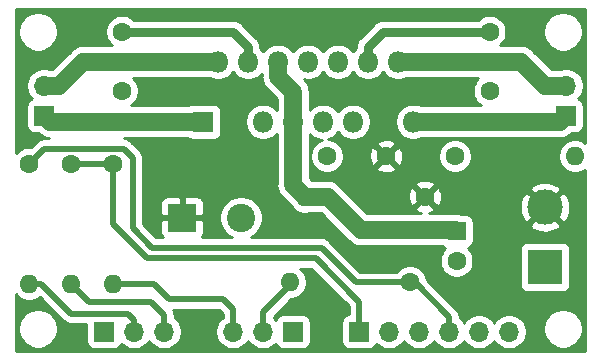
<source format=gbr>
%TF.GenerationSoftware,KiCad,Pcbnew,(5.1.9-0-10_14)*%
%TF.CreationDate,2021-01-04T15:57:10-08:00*%
%TF.ProjectId,PedalBoardStereoAmpTDA7297,50656461-6c42-46f6-9172-645374657265,rev?*%
%TF.SameCoordinates,Original*%
%TF.FileFunction,Copper,L2,Bot*%
%TF.FilePolarity,Positive*%
%FSLAX46Y46*%
G04 Gerber Fmt 4.6, Leading zero omitted, Abs format (unit mm)*
G04 Created by KiCad (PCBNEW (5.1.9-0-10_14)) date 2021-01-04 15:57:10*
%MOMM*%
%LPD*%
G01*
G04 APERTURE LIST*
%TA.AperFunction,ComponentPad*%
%ADD10C,1.600000*%
%TD*%
%TA.AperFunction,ComponentPad*%
%ADD11C,3.000000*%
%TD*%
%TA.AperFunction,ComponentPad*%
%ADD12R,3.000000X3.000000*%
%TD*%
%TA.AperFunction,ComponentPad*%
%ADD13O,1.700000X1.700000*%
%TD*%
%TA.AperFunction,ComponentPad*%
%ADD14R,1.700000X1.700000*%
%TD*%
%TA.AperFunction,ComponentPad*%
%ADD15O,1.600000X1.600000*%
%TD*%
%TA.AperFunction,ComponentPad*%
%ADD16C,2.400000*%
%TD*%
%TA.AperFunction,ComponentPad*%
%ADD17R,2.400000X2.400000*%
%TD*%
%TA.AperFunction,ComponentPad*%
%ADD18O,1.800000X1.800000*%
%TD*%
%TA.AperFunction,ComponentPad*%
%ADD19R,1.800000X1.800000*%
%TD*%
%TA.AperFunction,ComponentPad*%
%ADD20R,1.600000X1.600000*%
%TD*%
%TA.AperFunction,Conductor*%
%ADD21C,1.524000*%
%TD*%
%TA.AperFunction,Conductor*%
%ADD22C,0.762000*%
%TD*%
%TA.AperFunction,Conductor*%
%ADD23C,0.508000*%
%TD*%
%TA.AperFunction,Conductor*%
%ADD24C,0.254000*%
%TD*%
%TA.AperFunction,Conductor*%
%ADD25C,0.100000*%
%TD*%
G04 APERTURE END LIST*
D10*
%TO.P,C2,2*%
%TO.N,GND*%
X87964000Y-48641000D03*
%TO.P,C2,1*%
%TO.N,VCC*%
X92964000Y-48641000D03*
%TD*%
D11*
%TO.P,J5,2*%
%TO.N,VCC*%
X106426000Y-52959000D03*
D12*
%TO.P,J5,1*%
%TO.N,GND*%
X106426000Y-58039000D03*
%TD*%
D13*
%TO.P,J2,3*%
%TO.N,Net-(J2-Pad3)*%
X74168000Y-63500000D03*
%TO.P,J2,2*%
%TO.N,Net-(J2-Pad2)*%
X71628000Y-63500000D03*
D14*
%TO.P,J2,1*%
%TO.N,GND*%
X69088000Y-63500000D03*
%TD*%
D15*
%TO.P,R7,2*%
%TO.N,Net-(J4-Pad2)*%
X84836000Y-59309000D03*
D10*
%TO.P,R7,1*%
%TO.N,RIGHT*%
X94996000Y-59309000D03*
%TD*%
D15*
%TO.P,R6,2*%
%TO.N,Net-(J4-Pad3)*%
X69850000Y-59436000D03*
D10*
%TO.P,R6,1*%
%TO.N,LEFT*%
X69850000Y-49276000D03*
%TD*%
D15*
%TO.P,R5,2*%
%TO.N,Net-(J2-Pad2)*%
X62738000Y-59436000D03*
D10*
%TO.P,R5,1*%
%TO.N,RIGHT*%
X62738000Y-49276000D03*
%TD*%
D15*
%TO.P,R4,2*%
%TO.N,Net-(J2-Pad3)*%
X66294000Y-59436000D03*
D10*
%TO.P,R4,1*%
%TO.N,LEFT*%
X66294000Y-49276000D03*
%TD*%
D13*
%TO.P,J4,3*%
%TO.N,Net-(J4-Pad3)*%
X80010000Y-63500000D03*
%TO.P,J4,2*%
%TO.N,Net-(J4-Pad2)*%
X82550000Y-63500000D03*
D14*
%TO.P,J4,1*%
%TO.N,GND*%
X85090000Y-63500000D03*
%TD*%
D13*
%TO.P,R3,6*%
%TO.N,GND*%
X103378000Y-63500000D03*
%TO.P,R3,5*%
%TO.N,Net-(C5-Pad2)*%
X100838000Y-63500000D03*
%TO.P,R3,4*%
%TO.N,RIGHT*%
X98298000Y-63500000D03*
%TO.P,R3,3*%
%TO.N,GND*%
X95758000Y-63500000D03*
%TO.P,R3,2*%
%TO.N,Net-(C4-Pad2)*%
X93218000Y-63500000D03*
D14*
%TO.P,R3,1*%
%TO.N,LEFT*%
X90678000Y-63500000D03*
%TD*%
D15*
%TO.P,R2,2*%
%TO.N,GND*%
X108966000Y-48641000D03*
D10*
%TO.P,R2,1*%
%TO.N,Net-(C3-Pad1)*%
X98806000Y-48641000D03*
%TD*%
D15*
%TO.P,R1,2*%
%TO.N,Net-(C3-Pad1)*%
X86106000Y-52070000D03*
D10*
%TO.P,R1,1*%
%TO.N,VCC*%
X96266000Y-52070000D03*
%TD*%
%TO.P,C5,2*%
%TO.N,Net-(C5-Pad2)*%
X101727000Y-43100000D03*
%TO.P,C5,1*%
%TO.N,Net-(C5-Pad1)*%
X101727000Y-38100000D03*
%TD*%
%TO.P,C4,2*%
%TO.N,Net-(C4-Pad2)*%
X70612000Y-43100000D03*
%TO.P,C4,1*%
%TO.N,Net-(C4-Pad1)*%
X70612000Y-38100000D03*
%TD*%
D16*
%TO.P,C1,2*%
%TO.N,GND*%
X80692000Y-53848000D03*
D17*
%TO.P,C1,1*%
%TO.N,VCC*%
X75692000Y-53848000D03*
%TD*%
D18*
%TO.P,U1,15*%
%TO.N,Net-(J3-Pad1)*%
X95250000Y-45720000D03*
%TO.P,U1,14*%
%TO.N,Net-(J3-Pad2)*%
X93980000Y-40640000D03*
%TO.P,U1,13*%
%TO.N,VCC*%
X92710000Y-45720000D03*
%TO.P,U1,12*%
%TO.N,Net-(C5-Pad1)*%
X91440000Y-40640000D03*
%TO.P,U1,11*%
%TO.N,N/C*%
X90170000Y-45720000D03*
%TO.P,U1,10*%
X88900000Y-40640000D03*
%TO.P,U1,9*%
%TO.N,GND*%
X87630000Y-45720000D03*
%TO.P,U1,8*%
X86360000Y-40640000D03*
%TO.P,U1,7*%
%TO.N,Net-(C3-Pad1)*%
X85090000Y-45720000D03*
%TO.P,U1,6*%
X83820000Y-40640000D03*
%TO.P,U1,5*%
%TO.N,N/C*%
X82550000Y-45720000D03*
%TO.P,U1,4*%
%TO.N,Net-(C4-Pad1)*%
X81280000Y-40640000D03*
%TO.P,U1,3*%
%TO.N,VCC*%
X80010000Y-45720000D03*
%TO.P,U1,2*%
%TO.N,Net-(J1-Pad2)*%
X78740000Y-40640000D03*
D19*
%TO.P,U1,1*%
%TO.N,Net-(J1-Pad1)*%
X77470000Y-45720000D03*
%TD*%
D13*
%TO.P,J3,2*%
%TO.N,Net-(J3-Pad2)*%
X108204000Y-42672000D03*
D14*
%TO.P,J3,1*%
%TO.N,Net-(J3-Pad1)*%
X108204000Y-45212000D03*
%TD*%
D13*
%TO.P,J1,2*%
%TO.N,Net-(J1-Pad2)*%
X64008000Y-42672000D03*
D14*
%TO.P,J1,1*%
%TO.N,Net-(J1-Pad1)*%
X64008000Y-45212000D03*
%TD*%
D10*
%TO.P,C3,2*%
%TO.N,GND*%
X98933000Y-57491000D03*
D20*
%TO.P,C3,1*%
%TO.N,Net-(C3-Pad1)*%
X98933000Y-54991000D03*
%TD*%
D21*
%TO.N,Net-(C3-Pad1)*%
X85090000Y-43182792D02*
X85090000Y-45720000D01*
X83820000Y-41912792D02*
X85090000Y-43182792D01*
X83820000Y-40640000D02*
X83820000Y-41912792D01*
X85090000Y-51054000D02*
X86106000Y-52070000D01*
X85090000Y-45720000D02*
X85090000Y-51054000D01*
X98806000Y-54864000D02*
X98933000Y-54991000D01*
X90805000Y-54864000D02*
X98806000Y-54864000D01*
X88011000Y-52070000D02*
X90805000Y-54864000D01*
X86106000Y-52070000D02*
X88011000Y-52070000D01*
D22*
%TO.N,Net-(C4-Pad1)*%
X81280000Y-39370000D02*
X81280000Y-40640000D01*
X80010000Y-38100000D02*
X81280000Y-39370000D01*
X70612000Y-38100000D02*
X80010000Y-38100000D01*
%TO.N,Net-(C5-Pad1)*%
X92710000Y-38100000D02*
X101727000Y-38100000D01*
X91440000Y-39370000D02*
X92710000Y-38100000D01*
X91440000Y-40640000D02*
X91440000Y-39370000D01*
D21*
%TO.N,Net-(J1-Pad2)*%
X77470000Y-40640000D02*
X78740000Y-40640000D01*
X67310000Y-40640000D02*
X77470000Y-40640000D01*
X65278000Y-42672000D02*
X67310000Y-40640000D01*
X64008000Y-42672000D02*
X65278000Y-42672000D01*
%TO.N,Net-(J1-Pad1)*%
X64516000Y-45720000D02*
X64008000Y-45212000D01*
X77470000Y-45720000D02*
X64516000Y-45720000D01*
%TO.N,Net-(J3-Pad2)*%
X106426000Y-42672000D02*
X108204000Y-42672000D01*
X104394000Y-40640000D02*
X106426000Y-42672000D01*
X93980000Y-40640000D02*
X104394000Y-40640000D01*
%TO.N,Net-(J3-Pad1)*%
X107696000Y-45720000D02*
X108204000Y-45212000D01*
X95250000Y-45720000D02*
X107696000Y-45720000D01*
D23*
%TO.N,Net-(J2-Pad2)*%
X71120000Y-61976000D02*
X66294000Y-61976000D01*
X63754000Y-59436000D02*
X62738000Y-59436000D01*
X71628000Y-62484000D02*
X71120000Y-61976000D01*
X66294000Y-61976000D02*
X63754000Y-59436000D01*
X71628000Y-63500000D02*
X71628000Y-62484000D01*
%TO.N,Net-(J4-Pad2)*%
X82550000Y-61849000D02*
X82550000Y-63500000D01*
X84836000Y-59563000D02*
X82550000Y-61849000D01*
X84836000Y-59309000D02*
X84836000Y-59563000D01*
%TO.N,Net-(J2-Pad3)*%
X67818000Y-60960000D02*
X66294000Y-59436000D01*
X73025000Y-60960000D02*
X67818000Y-60960000D01*
X74168000Y-62103000D02*
X73025000Y-60960000D01*
X74168000Y-63500000D02*
X74168000Y-62103000D01*
%TO.N,Net-(J4-Pad3)*%
X74612500Y-60769500D02*
X73279000Y-59436000D01*
X79184500Y-60769500D02*
X74612500Y-60769500D01*
X73279000Y-59436000D02*
X69850000Y-59436000D01*
X80010000Y-61595000D02*
X79184500Y-60769500D01*
X80010000Y-63500000D02*
X80010000Y-61595000D01*
%TO.N,RIGHT*%
X98298000Y-62230000D02*
X95377000Y-59309000D01*
X95377000Y-59309000D02*
X94996000Y-59309000D01*
X98298000Y-63500000D02*
X98298000Y-62230000D01*
X71501000Y-48768000D02*
X70739000Y-48006000D01*
X90424000Y-59309000D02*
X87503000Y-56388000D01*
X73152000Y-56388000D02*
X71501000Y-54737000D01*
X87503000Y-56388000D02*
X73152000Y-56388000D01*
X71501000Y-54737000D02*
X71501000Y-48768000D01*
X64008000Y-48006000D02*
X62738000Y-49276000D01*
X70739000Y-48006000D02*
X64008000Y-48006000D01*
X94996000Y-59309000D02*
X90424000Y-59309000D01*
%TO.N,LEFT*%
X69850000Y-49276000D02*
X66294000Y-49276000D01*
X86995000Y-57277000D02*
X90678000Y-60960000D01*
X72756278Y-57277000D02*
X86995000Y-57277000D01*
X90678000Y-60960000D02*
X90678000Y-63500000D01*
X69850000Y-54370722D02*
X72756278Y-57277000D01*
X69850000Y-49276000D02*
X69850000Y-54370722D01*
%TD*%
D24*
%TO.N,VCC*%
X109830000Y-47492447D02*
X109645727Y-47369320D01*
X109384574Y-47261147D01*
X109107335Y-47206000D01*
X108824665Y-47206000D01*
X108547426Y-47261147D01*
X108286273Y-47369320D01*
X108051241Y-47526363D01*
X107851363Y-47726241D01*
X107694320Y-47961273D01*
X107586147Y-48222426D01*
X107531000Y-48499665D01*
X107531000Y-48782335D01*
X107586147Y-49059574D01*
X107694320Y-49320727D01*
X107851363Y-49555759D01*
X108051241Y-49755637D01*
X108286273Y-49912680D01*
X108547426Y-50020853D01*
X108824665Y-50076000D01*
X109107335Y-50076000D01*
X109384574Y-50020853D01*
X109645727Y-49912680D01*
X109830000Y-49789553D01*
X109830001Y-65126000D01*
X61620000Y-65126000D01*
X61620000Y-63080042D01*
X61815000Y-63080042D01*
X61815000Y-63411958D01*
X61879754Y-63737496D01*
X62006772Y-64044147D01*
X62191175Y-64320125D01*
X62425875Y-64554825D01*
X62701853Y-64739228D01*
X63008504Y-64866246D01*
X63334042Y-64931000D01*
X63665958Y-64931000D01*
X63991496Y-64866246D01*
X64298147Y-64739228D01*
X64574125Y-64554825D01*
X64808825Y-64320125D01*
X64993228Y-64044147D01*
X65120246Y-63737496D01*
X65185000Y-63411958D01*
X65185000Y-63080042D01*
X65120246Y-62754504D01*
X64993228Y-62447853D01*
X64808825Y-62171875D01*
X64574125Y-61937175D01*
X64298147Y-61752772D01*
X63991496Y-61625754D01*
X63665958Y-61561000D01*
X63334042Y-61561000D01*
X63008504Y-61625754D01*
X62701853Y-61752772D01*
X62425875Y-61937175D01*
X62191175Y-62171875D01*
X62006772Y-62447853D01*
X61879754Y-62754504D01*
X61815000Y-63080042D01*
X61620000Y-63080042D01*
X61620000Y-60345726D01*
X61623363Y-60350759D01*
X61823241Y-60550637D01*
X62058273Y-60707680D01*
X62319426Y-60815853D01*
X62596665Y-60871000D01*
X62879335Y-60871000D01*
X63156574Y-60815853D01*
X63417727Y-60707680D01*
X63627967Y-60567202D01*
X65634504Y-62573740D01*
X65662341Y-62607659D01*
X65797709Y-62718753D01*
X65952149Y-62801303D01*
X66018058Y-62821296D01*
X66119724Y-62852136D01*
X66152924Y-62855406D01*
X66250333Y-62865000D01*
X66250339Y-62865000D01*
X66293999Y-62869300D01*
X66337659Y-62865000D01*
X67599928Y-62865000D01*
X67599928Y-64350000D01*
X67612188Y-64474482D01*
X67648498Y-64594180D01*
X67707463Y-64704494D01*
X67786815Y-64801185D01*
X67883506Y-64880537D01*
X67993820Y-64939502D01*
X68113518Y-64975812D01*
X68238000Y-64988072D01*
X69938000Y-64988072D01*
X70062482Y-64975812D01*
X70182180Y-64939502D01*
X70292494Y-64880537D01*
X70389185Y-64801185D01*
X70468537Y-64704494D01*
X70527502Y-64594180D01*
X70549513Y-64521620D01*
X70681368Y-64653475D01*
X70924589Y-64815990D01*
X71194842Y-64927932D01*
X71481740Y-64985000D01*
X71774260Y-64985000D01*
X72061158Y-64927932D01*
X72331411Y-64815990D01*
X72574632Y-64653475D01*
X72781475Y-64446632D01*
X72898000Y-64272240D01*
X73014525Y-64446632D01*
X73221368Y-64653475D01*
X73464589Y-64815990D01*
X73734842Y-64927932D01*
X74021740Y-64985000D01*
X74314260Y-64985000D01*
X74601158Y-64927932D01*
X74871411Y-64815990D01*
X75114632Y-64653475D01*
X75321475Y-64446632D01*
X75483990Y-64203411D01*
X75595932Y-63933158D01*
X75653000Y-63646260D01*
X75653000Y-63353740D01*
X75595932Y-63066842D01*
X75483990Y-62796589D01*
X75321475Y-62553368D01*
X75114632Y-62346525D01*
X75057000Y-62308017D01*
X75057000Y-62146659D01*
X75061300Y-62102999D01*
X75057000Y-62059339D01*
X75057000Y-62059333D01*
X75044136Y-61928726D01*
X75044136Y-61928724D01*
X75000630Y-61785303D01*
X74993303Y-61761149D01*
X74938436Y-61658500D01*
X78816265Y-61658500D01*
X79121001Y-61963236D01*
X79121001Y-62308016D01*
X79063368Y-62346525D01*
X78856525Y-62553368D01*
X78694010Y-62796589D01*
X78582068Y-63066842D01*
X78525000Y-63353740D01*
X78525000Y-63646260D01*
X78582068Y-63933158D01*
X78694010Y-64203411D01*
X78856525Y-64446632D01*
X79063368Y-64653475D01*
X79306589Y-64815990D01*
X79576842Y-64927932D01*
X79863740Y-64985000D01*
X80156260Y-64985000D01*
X80443158Y-64927932D01*
X80713411Y-64815990D01*
X80956632Y-64653475D01*
X81163475Y-64446632D01*
X81280000Y-64272240D01*
X81396525Y-64446632D01*
X81603368Y-64653475D01*
X81846589Y-64815990D01*
X82116842Y-64927932D01*
X82403740Y-64985000D01*
X82696260Y-64985000D01*
X82983158Y-64927932D01*
X83253411Y-64815990D01*
X83496632Y-64653475D01*
X83628487Y-64521620D01*
X83650498Y-64594180D01*
X83709463Y-64704494D01*
X83788815Y-64801185D01*
X83885506Y-64880537D01*
X83995820Y-64939502D01*
X84115518Y-64975812D01*
X84240000Y-64988072D01*
X85940000Y-64988072D01*
X86064482Y-64975812D01*
X86184180Y-64939502D01*
X86294494Y-64880537D01*
X86391185Y-64801185D01*
X86470537Y-64704494D01*
X86529502Y-64594180D01*
X86565812Y-64474482D01*
X86578072Y-64350000D01*
X86578072Y-62650000D01*
X86565812Y-62525518D01*
X86529502Y-62405820D01*
X86470537Y-62295506D01*
X86391185Y-62198815D01*
X86294494Y-62119463D01*
X86184180Y-62060498D01*
X86064482Y-62024188D01*
X85940000Y-62011928D01*
X84240000Y-62011928D01*
X84115518Y-62024188D01*
X83995820Y-62060498D01*
X83885506Y-62119463D01*
X83788815Y-62198815D01*
X83709463Y-62295506D01*
X83650498Y-62405820D01*
X83628487Y-62478380D01*
X83496632Y-62346525D01*
X83439000Y-62308017D01*
X83439000Y-62217235D01*
X84912236Y-60744000D01*
X84977335Y-60744000D01*
X85254574Y-60688853D01*
X85515727Y-60580680D01*
X85750759Y-60423637D01*
X85950637Y-60223759D01*
X86107680Y-59988727D01*
X86215853Y-59727574D01*
X86271000Y-59450335D01*
X86271000Y-59167665D01*
X86215853Y-58890426D01*
X86107680Y-58629273D01*
X85950637Y-58394241D01*
X85750759Y-58194363D01*
X85708311Y-58166000D01*
X86626765Y-58166000D01*
X89789000Y-61328236D01*
X89789000Y-62015769D01*
X89703518Y-62024188D01*
X89583820Y-62060498D01*
X89473506Y-62119463D01*
X89376815Y-62198815D01*
X89297463Y-62295506D01*
X89238498Y-62405820D01*
X89202188Y-62525518D01*
X89189928Y-62650000D01*
X89189928Y-64350000D01*
X89202188Y-64474482D01*
X89238498Y-64594180D01*
X89297463Y-64704494D01*
X89376815Y-64801185D01*
X89473506Y-64880537D01*
X89583820Y-64939502D01*
X89703518Y-64975812D01*
X89828000Y-64988072D01*
X91528000Y-64988072D01*
X91652482Y-64975812D01*
X91772180Y-64939502D01*
X91882494Y-64880537D01*
X91979185Y-64801185D01*
X92058537Y-64704494D01*
X92117502Y-64594180D01*
X92139513Y-64521620D01*
X92271368Y-64653475D01*
X92514589Y-64815990D01*
X92784842Y-64927932D01*
X93071740Y-64985000D01*
X93364260Y-64985000D01*
X93651158Y-64927932D01*
X93921411Y-64815990D01*
X94164632Y-64653475D01*
X94371475Y-64446632D01*
X94488000Y-64272240D01*
X94604525Y-64446632D01*
X94811368Y-64653475D01*
X95054589Y-64815990D01*
X95324842Y-64927932D01*
X95611740Y-64985000D01*
X95904260Y-64985000D01*
X96191158Y-64927932D01*
X96461411Y-64815990D01*
X96704632Y-64653475D01*
X96911475Y-64446632D01*
X97028000Y-64272240D01*
X97144525Y-64446632D01*
X97351368Y-64653475D01*
X97594589Y-64815990D01*
X97864842Y-64927932D01*
X98151740Y-64985000D01*
X98444260Y-64985000D01*
X98731158Y-64927932D01*
X99001411Y-64815990D01*
X99244632Y-64653475D01*
X99451475Y-64446632D01*
X99568000Y-64272240D01*
X99684525Y-64446632D01*
X99891368Y-64653475D01*
X100134589Y-64815990D01*
X100404842Y-64927932D01*
X100691740Y-64985000D01*
X100984260Y-64985000D01*
X101271158Y-64927932D01*
X101541411Y-64815990D01*
X101784632Y-64653475D01*
X101991475Y-64446632D01*
X102108000Y-64272240D01*
X102224525Y-64446632D01*
X102431368Y-64653475D01*
X102674589Y-64815990D01*
X102944842Y-64927932D01*
X103231740Y-64985000D01*
X103524260Y-64985000D01*
X103811158Y-64927932D01*
X104081411Y-64815990D01*
X104324632Y-64653475D01*
X104531475Y-64446632D01*
X104693990Y-64203411D01*
X104805932Y-63933158D01*
X104863000Y-63646260D01*
X104863000Y-63353740D01*
X104808558Y-63080042D01*
X106265000Y-63080042D01*
X106265000Y-63411958D01*
X106329754Y-63737496D01*
X106456772Y-64044147D01*
X106641175Y-64320125D01*
X106875875Y-64554825D01*
X107151853Y-64739228D01*
X107458504Y-64866246D01*
X107784042Y-64931000D01*
X108115958Y-64931000D01*
X108441496Y-64866246D01*
X108748147Y-64739228D01*
X109024125Y-64554825D01*
X109258825Y-64320125D01*
X109443228Y-64044147D01*
X109570246Y-63737496D01*
X109635000Y-63411958D01*
X109635000Y-63080042D01*
X109570246Y-62754504D01*
X109443228Y-62447853D01*
X109258825Y-62171875D01*
X109024125Y-61937175D01*
X108748147Y-61752772D01*
X108441496Y-61625754D01*
X108115958Y-61561000D01*
X107784042Y-61561000D01*
X107458504Y-61625754D01*
X107151853Y-61752772D01*
X106875875Y-61937175D01*
X106641175Y-62171875D01*
X106456772Y-62447853D01*
X106329754Y-62754504D01*
X106265000Y-63080042D01*
X104808558Y-63080042D01*
X104805932Y-63066842D01*
X104693990Y-62796589D01*
X104531475Y-62553368D01*
X104324632Y-62346525D01*
X104081411Y-62184010D01*
X103811158Y-62072068D01*
X103524260Y-62015000D01*
X103231740Y-62015000D01*
X102944842Y-62072068D01*
X102674589Y-62184010D01*
X102431368Y-62346525D01*
X102224525Y-62553368D01*
X102108000Y-62727760D01*
X101991475Y-62553368D01*
X101784632Y-62346525D01*
X101541411Y-62184010D01*
X101271158Y-62072068D01*
X100984260Y-62015000D01*
X100691740Y-62015000D01*
X100404842Y-62072068D01*
X100134589Y-62184010D01*
X99891368Y-62346525D01*
X99684525Y-62553368D01*
X99568000Y-62727760D01*
X99451475Y-62553368D01*
X99244632Y-62346525D01*
X99187000Y-62308017D01*
X99187000Y-62273660D01*
X99191300Y-62230000D01*
X99187000Y-62186340D01*
X99187000Y-62186333D01*
X99174136Y-62055726D01*
X99123303Y-61888149D01*
X99040753Y-61733709D01*
X98929659Y-61598341D01*
X98895742Y-61570506D01*
X96415630Y-59090395D01*
X96375853Y-58890426D01*
X96267680Y-58629273D01*
X96110637Y-58394241D01*
X95910759Y-58194363D01*
X95675727Y-58037320D01*
X95414574Y-57929147D01*
X95137335Y-57874000D01*
X94854665Y-57874000D01*
X94577426Y-57929147D01*
X94316273Y-58037320D01*
X94081241Y-58194363D01*
X93881363Y-58394241D01*
X93864151Y-58420000D01*
X90792236Y-58420000D01*
X88162499Y-55790264D01*
X88134659Y-55756341D01*
X87999291Y-55645247D01*
X87844851Y-55562697D01*
X87677274Y-55511864D01*
X87546667Y-55499000D01*
X87546660Y-55499000D01*
X87503000Y-55494700D01*
X87459340Y-55499000D01*
X81501220Y-55499000D01*
X81561199Y-55474156D01*
X81861744Y-55273338D01*
X82117338Y-55017744D01*
X82318156Y-54717199D01*
X82456482Y-54383250D01*
X82527000Y-54028732D01*
X82527000Y-53667268D01*
X82456482Y-53312750D01*
X82318156Y-52978801D01*
X82117338Y-52678256D01*
X81861744Y-52422662D01*
X81561199Y-52221844D01*
X81227250Y-52083518D01*
X80872732Y-52013000D01*
X80511268Y-52013000D01*
X80156750Y-52083518D01*
X79822801Y-52221844D01*
X79522256Y-52422662D01*
X79266662Y-52678256D01*
X79065844Y-52978801D01*
X78927518Y-53312750D01*
X78857000Y-53667268D01*
X78857000Y-54028732D01*
X78927518Y-54383250D01*
X79065844Y-54717199D01*
X79266662Y-55017744D01*
X79522256Y-55273338D01*
X79822801Y-55474156D01*
X79882780Y-55499000D01*
X77343337Y-55499000D01*
X77422537Y-55402494D01*
X77481502Y-55292180D01*
X77517812Y-55172482D01*
X77530072Y-55048000D01*
X77527000Y-54133750D01*
X77368250Y-53975000D01*
X75819000Y-53975000D01*
X75819000Y-53995000D01*
X75565000Y-53995000D01*
X75565000Y-53975000D01*
X74015750Y-53975000D01*
X73857000Y-54133750D01*
X73853928Y-55048000D01*
X73866188Y-55172482D01*
X73902498Y-55292180D01*
X73961463Y-55402494D01*
X74040663Y-55499000D01*
X73520236Y-55499000D01*
X72390000Y-54368765D01*
X72390000Y-52648000D01*
X73853928Y-52648000D01*
X73857000Y-53562250D01*
X74015750Y-53721000D01*
X75565000Y-53721000D01*
X75565000Y-52171750D01*
X75819000Y-52171750D01*
X75819000Y-53721000D01*
X77368250Y-53721000D01*
X77527000Y-53562250D01*
X77530072Y-52648000D01*
X77517812Y-52523518D01*
X77481502Y-52403820D01*
X77422537Y-52293506D01*
X77343185Y-52196815D01*
X77246494Y-52117463D01*
X77136180Y-52058498D01*
X77016482Y-52022188D01*
X76892000Y-52009928D01*
X75977750Y-52013000D01*
X75819000Y-52171750D01*
X75565000Y-52171750D01*
X75406250Y-52013000D01*
X74492000Y-52009928D01*
X74367518Y-52022188D01*
X74247820Y-52058498D01*
X74137506Y-52117463D01*
X74040815Y-52196815D01*
X73961463Y-52293506D01*
X73902498Y-52403820D01*
X73866188Y-52523518D01*
X73853928Y-52648000D01*
X72390000Y-52648000D01*
X72390000Y-48811660D01*
X72394300Y-48768000D01*
X72390000Y-48724340D01*
X72390000Y-48724333D01*
X72377136Y-48593726D01*
X72326303Y-48426149D01*
X72243753Y-48271709D01*
X72132659Y-48136341D01*
X72098741Y-48108505D01*
X71398499Y-47408263D01*
X71370659Y-47374341D01*
X71235291Y-47263247D01*
X71080851Y-47180697D01*
X70913274Y-47129864D01*
X70782667Y-47117000D01*
X76174641Y-47117000D01*
X76215506Y-47150537D01*
X76325820Y-47209502D01*
X76445518Y-47245812D01*
X76570000Y-47258072D01*
X78370000Y-47258072D01*
X78494482Y-47245812D01*
X78614180Y-47209502D01*
X78724494Y-47150537D01*
X78821185Y-47071185D01*
X78900537Y-46974494D01*
X78959502Y-46864180D01*
X78995812Y-46744482D01*
X79008072Y-46620000D01*
X79008072Y-44820000D01*
X78995812Y-44695518D01*
X78959502Y-44575820D01*
X78900537Y-44465506D01*
X78821185Y-44368815D01*
X78724494Y-44289463D01*
X78614180Y-44230498D01*
X78494482Y-44194188D01*
X78370000Y-44181928D01*
X76570000Y-44181928D01*
X76445518Y-44194188D01*
X76325820Y-44230498D01*
X76215506Y-44289463D01*
X76174641Y-44323000D01*
X71364582Y-44323000D01*
X71526759Y-44214637D01*
X71726637Y-44014759D01*
X71883680Y-43779727D01*
X71991853Y-43518574D01*
X72047000Y-43241335D01*
X72047000Y-42958665D01*
X71991853Y-42681426D01*
X71883680Y-42420273D01*
X71726637Y-42185241D01*
X71578396Y-42037000D01*
X78101509Y-42037000D01*
X78292257Y-42116011D01*
X78588816Y-42175000D01*
X78891184Y-42175000D01*
X79187743Y-42116011D01*
X79467095Y-42000299D01*
X79718505Y-41832312D01*
X79932312Y-41618505D01*
X80010000Y-41502237D01*
X80087688Y-41618505D01*
X80301495Y-41832312D01*
X80552905Y-42000299D01*
X80832257Y-42116011D01*
X81128816Y-42175000D01*
X81431184Y-42175000D01*
X81727743Y-42116011D01*
X82007095Y-42000299D01*
X82258505Y-41832312D01*
X82423000Y-41667817D01*
X82423000Y-41844167D01*
X82416241Y-41912792D01*
X82423000Y-41981417D01*
X82443214Y-42186652D01*
X82523096Y-42449987D01*
X82652818Y-42692679D01*
X82827393Y-42905400D01*
X82880704Y-42949151D01*
X83693000Y-43761449D01*
X83693001Y-44692184D01*
X83528505Y-44527688D01*
X83277095Y-44359701D01*
X82997743Y-44243989D01*
X82701184Y-44185000D01*
X82398816Y-44185000D01*
X82102257Y-44243989D01*
X81822905Y-44359701D01*
X81571495Y-44527688D01*
X81357688Y-44741495D01*
X81189701Y-44992905D01*
X81073989Y-45272257D01*
X81015000Y-45568816D01*
X81015000Y-45871184D01*
X81073989Y-46167743D01*
X81189701Y-46447095D01*
X81357688Y-46698505D01*
X81571495Y-46912312D01*
X81822905Y-47080299D01*
X82102257Y-47196011D01*
X82398816Y-47255000D01*
X82701184Y-47255000D01*
X82997743Y-47196011D01*
X83277095Y-47080299D01*
X83528505Y-46912312D01*
X83693000Y-46747817D01*
X83693001Y-50985365D01*
X83686241Y-51054000D01*
X83713214Y-51327859D01*
X83790913Y-51583996D01*
X83793097Y-51591195D01*
X83922818Y-51833887D01*
X84097393Y-52046608D01*
X84150704Y-52090359D01*
X84883149Y-52822804D01*
X84991363Y-52984759D01*
X85191241Y-53184637D01*
X85426273Y-53341680D01*
X85687426Y-53449853D01*
X85964665Y-53505000D01*
X86247335Y-53505000D01*
X86438371Y-53467000D01*
X87432345Y-53467000D01*
X89768641Y-55803297D01*
X89812392Y-55856608D01*
X89997429Y-56008463D01*
X90025113Y-56031183D01*
X90267804Y-56160904D01*
X90531140Y-56240786D01*
X90805000Y-56267759D01*
X90873625Y-56261000D01*
X97704741Y-56261000D01*
X97778506Y-56321537D01*
X97888820Y-56380502D01*
X97984943Y-56409661D01*
X97818363Y-56576241D01*
X97661320Y-56811273D01*
X97553147Y-57072426D01*
X97498000Y-57349665D01*
X97498000Y-57632335D01*
X97553147Y-57909574D01*
X97661320Y-58170727D01*
X97818363Y-58405759D01*
X98018241Y-58605637D01*
X98253273Y-58762680D01*
X98514426Y-58870853D01*
X98791665Y-58926000D01*
X99074335Y-58926000D01*
X99351574Y-58870853D01*
X99612727Y-58762680D01*
X99847759Y-58605637D01*
X100047637Y-58405759D01*
X100204680Y-58170727D01*
X100312853Y-57909574D01*
X100368000Y-57632335D01*
X100368000Y-57349665D01*
X100312853Y-57072426D01*
X100204680Y-56811273D01*
X100047637Y-56576241D01*
X100010396Y-56539000D01*
X104287928Y-56539000D01*
X104287928Y-59539000D01*
X104300188Y-59663482D01*
X104336498Y-59783180D01*
X104395463Y-59893494D01*
X104474815Y-59990185D01*
X104571506Y-60069537D01*
X104681820Y-60128502D01*
X104801518Y-60164812D01*
X104926000Y-60177072D01*
X107926000Y-60177072D01*
X108050482Y-60164812D01*
X108170180Y-60128502D01*
X108280494Y-60069537D01*
X108377185Y-59990185D01*
X108456537Y-59893494D01*
X108515502Y-59783180D01*
X108551812Y-59663482D01*
X108564072Y-59539000D01*
X108564072Y-56539000D01*
X108551812Y-56414518D01*
X108515502Y-56294820D01*
X108456537Y-56184506D01*
X108377185Y-56087815D01*
X108280494Y-56008463D01*
X108170180Y-55949498D01*
X108050482Y-55913188D01*
X107926000Y-55900928D01*
X104926000Y-55900928D01*
X104801518Y-55913188D01*
X104681820Y-55949498D01*
X104571506Y-56008463D01*
X104474815Y-56087815D01*
X104395463Y-56184506D01*
X104336498Y-56294820D01*
X104300188Y-56414518D01*
X104287928Y-56539000D01*
X100010396Y-56539000D01*
X99881057Y-56409661D01*
X99977180Y-56380502D01*
X100087494Y-56321537D01*
X100184185Y-56242185D01*
X100263537Y-56145494D01*
X100322502Y-56035180D01*
X100358812Y-55915482D01*
X100371072Y-55791000D01*
X100371072Y-54450653D01*
X105113952Y-54450653D01*
X105269962Y-54766214D01*
X105644745Y-54957020D01*
X106049551Y-55071044D01*
X106468824Y-55103902D01*
X106886451Y-55054334D01*
X107286383Y-54924243D01*
X107582038Y-54766214D01*
X107738048Y-54450653D01*
X106426000Y-53138605D01*
X105113952Y-54450653D01*
X100371072Y-54450653D01*
X100371072Y-54191000D01*
X100358812Y-54066518D01*
X100322502Y-53946820D01*
X100263537Y-53836506D01*
X100184185Y-53739815D01*
X100087494Y-53660463D01*
X99977180Y-53601498D01*
X99857482Y-53565188D01*
X99733000Y-53552928D01*
X99296489Y-53552928D01*
X99079860Y-53487214D01*
X98874625Y-53467000D01*
X98806000Y-53460241D01*
X98737375Y-53467000D01*
X96621127Y-53467000D01*
X96882292Y-53373603D01*
X97007514Y-53306671D01*
X97079097Y-53062702D01*
X97018219Y-53001824D01*
X104281098Y-53001824D01*
X104330666Y-53419451D01*
X104460757Y-53819383D01*
X104618786Y-54115038D01*
X104934347Y-54271048D01*
X106246395Y-52959000D01*
X106605605Y-52959000D01*
X107917653Y-54271048D01*
X108233214Y-54115038D01*
X108424020Y-53740255D01*
X108538044Y-53335449D01*
X108570902Y-52916176D01*
X108521334Y-52498549D01*
X108391243Y-52098617D01*
X108233214Y-51802962D01*
X107917653Y-51646952D01*
X106605605Y-52959000D01*
X106246395Y-52959000D01*
X104934347Y-51646952D01*
X104618786Y-51802962D01*
X104427980Y-52177745D01*
X104313956Y-52582551D01*
X104281098Y-53001824D01*
X97018219Y-53001824D01*
X96266000Y-52249605D01*
X95452903Y-53062702D01*
X95524486Y-53306671D01*
X95779996Y-53427571D01*
X95937294Y-53467000D01*
X91383656Y-53467000D01*
X90057168Y-52140512D01*
X94825783Y-52140512D01*
X94867213Y-52420130D01*
X94962397Y-52686292D01*
X95029329Y-52811514D01*
X95273298Y-52883097D01*
X96086395Y-52070000D01*
X96445605Y-52070000D01*
X97258702Y-52883097D01*
X97502671Y-52811514D01*
X97623571Y-52556004D01*
X97692300Y-52281816D01*
X97706217Y-51999488D01*
X97664787Y-51719870D01*
X97574481Y-51467347D01*
X105113952Y-51467347D01*
X106426000Y-52779395D01*
X107738048Y-51467347D01*
X107582038Y-51151786D01*
X107207255Y-50960980D01*
X106802449Y-50846956D01*
X106383176Y-50814098D01*
X105965549Y-50863666D01*
X105565617Y-50993757D01*
X105269962Y-51151786D01*
X105113952Y-51467347D01*
X97574481Y-51467347D01*
X97569603Y-51453708D01*
X97502671Y-51328486D01*
X97258702Y-51256903D01*
X96445605Y-52070000D01*
X96086395Y-52070000D01*
X95273298Y-51256903D01*
X95029329Y-51328486D01*
X94908429Y-51583996D01*
X94839700Y-51858184D01*
X94825783Y-52140512D01*
X90057168Y-52140512D01*
X89047364Y-51130709D01*
X89003608Y-51077392D01*
X89003494Y-51077298D01*
X95452903Y-51077298D01*
X96266000Y-51890395D01*
X97079097Y-51077298D01*
X97007514Y-50833329D01*
X96752004Y-50712429D01*
X96477816Y-50643700D01*
X96195488Y-50629783D01*
X95915870Y-50671213D01*
X95649708Y-50766397D01*
X95524486Y-50833329D01*
X95452903Y-51077298D01*
X89003494Y-51077298D01*
X88790887Y-50902817D01*
X88548195Y-50773096D01*
X88284860Y-50693214D01*
X88079625Y-50673000D01*
X88011000Y-50666241D01*
X87942375Y-50673000D01*
X86684656Y-50673000D01*
X86487000Y-50475345D01*
X86487000Y-46747817D01*
X86651495Y-46912312D01*
X86902905Y-47080299D01*
X87182257Y-47196011D01*
X87478816Y-47255000D01*
X87576329Y-47255000D01*
X87545426Y-47261147D01*
X87284273Y-47369320D01*
X87049241Y-47526363D01*
X86849363Y-47726241D01*
X86692320Y-47961273D01*
X86584147Y-48222426D01*
X86529000Y-48499665D01*
X86529000Y-48782335D01*
X86584147Y-49059574D01*
X86692320Y-49320727D01*
X86849363Y-49555759D01*
X87049241Y-49755637D01*
X87284273Y-49912680D01*
X87545426Y-50020853D01*
X87822665Y-50076000D01*
X88105335Y-50076000D01*
X88382574Y-50020853D01*
X88643727Y-49912680D01*
X88878759Y-49755637D01*
X89000694Y-49633702D01*
X92150903Y-49633702D01*
X92222486Y-49877671D01*
X92477996Y-49998571D01*
X92752184Y-50067300D01*
X93034512Y-50081217D01*
X93314130Y-50039787D01*
X93580292Y-49944603D01*
X93705514Y-49877671D01*
X93777097Y-49633702D01*
X92964000Y-48820605D01*
X92150903Y-49633702D01*
X89000694Y-49633702D01*
X89078637Y-49555759D01*
X89235680Y-49320727D01*
X89343853Y-49059574D01*
X89399000Y-48782335D01*
X89399000Y-48711512D01*
X91523783Y-48711512D01*
X91565213Y-48991130D01*
X91660397Y-49257292D01*
X91727329Y-49382514D01*
X91971298Y-49454097D01*
X92784395Y-48641000D01*
X93143605Y-48641000D01*
X93956702Y-49454097D01*
X94200671Y-49382514D01*
X94321571Y-49127004D01*
X94390300Y-48852816D01*
X94404217Y-48570488D01*
X94393724Y-48499665D01*
X97371000Y-48499665D01*
X97371000Y-48782335D01*
X97426147Y-49059574D01*
X97534320Y-49320727D01*
X97691363Y-49555759D01*
X97891241Y-49755637D01*
X98126273Y-49912680D01*
X98387426Y-50020853D01*
X98664665Y-50076000D01*
X98947335Y-50076000D01*
X99224574Y-50020853D01*
X99485727Y-49912680D01*
X99720759Y-49755637D01*
X99920637Y-49555759D01*
X100077680Y-49320727D01*
X100185853Y-49059574D01*
X100241000Y-48782335D01*
X100241000Y-48499665D01*
X100185853Y-48222426D01*
X100077680Y-47961273D01*
X99920637Y-47726241D01*
X99720759Y-47526363D01*
X99485727Y-47369320D01*
X99224574Y-47261147D01*
X98947335Y-47206000D01*
X98664665Y-47206000D01*
X98387426Y-47261147D01*
X98126273Y-47369320D01*
X97891241Y-47526363D01*
X97691363Y-47726241D01*
X97534320Y-47961273D01*
X97426147Y-48222426D01*
X97371000Y-48499665D01*
X94393724Y-48499665D01*
X94362787Y-48290870D01*
X94267603Y-48024708D01*
X94200671Y-47899486D01*
X93956702Y-47827903D01*
X93143605Y-48641000D01*
X92784395Y-48641000D01*
X91971298Y-47827903D01*
X91727329Y-47899486D01*
X91606429Y-48154996D01*
X91537700Y-48429184D01*
X91523783Y-48711512D01*
X89399000Y-48711512D01*
X89399000Y-48499665D01*
X89343853Y-48222426D01*
X89235680Y-47961273D01*
X89078637Y-47726241D01*
X89000694Y-47648298D01*
X92150903Y-47648298D01*
X92964000Y-48461395D01*
X93777097Y-47648298D01*
X93705514Y-47404329D01*
X93450004Y-47283429D01*
X93175816Y-47214700D01*
X92893488Y-47200783D01*
X92613870Y-47242213D01*
X92347708Y-47337397D01*
X92222486Y-47404329D01*
X92150903Y-47648298D01*
X89000694Y-47648298D01*
X88878759Y-47526363D01*
X88643727Y-47369320D01*
X88382574Y-47261147D01*
X88105335Y-47206000D01*
X88027525Y-47206000D01*
X88077743Y-47196011D01*
X88357095Y-47080299D01*
X88608505Y-46912312D01*
X88822312Y-46698505D01*
X88900000Y-46582237D01*
X88977688Y-46698505D01*
X89191495Y-46912312D01*
X89442905Y-47080299D01*
X89722257Y-47196011D01*
X90018816Y-47255000D01*
X90321184Y-47255000D01*
X90617743Y-47196011D01*
X90897095Y-47080299D01*
X91148505Y-46912312D01*
X91362312Y-46698505D01*
X91530299Y-46447095D01*
X91646011Y-46167743D01*
X91705000Y-45871184D01*
X91705000Y-45568816D01*
X91646011Y-45272257D01*
X91530299Y-44992905D01*
X91362312Y-44741495D01*
X91148505Y-44527688D01*
X90897095Y-44359701D01*
X90617743Y-44243989D01*
X90321184Y-44185000D01*
X90018816Y-44185000D01*
X89722257Y-44243989D01*
X89442905Y-44359701D01*
X89191495Y-44527688D01*
X88977688Y-44741495D01*
X88900000Y-44857763D01*
X88822312Y-44741495D01*
X88608505Y-44527688D01*
X88357095Y-44359701D01*
X88077743Y-44243989D01*
X87781184Y-44185000D01*
X87478816Y-44185000D01*
X87182257Y-44243989D01*
X86902905Y-44359701D01*
X86651495Y-44527688D01*
X86487000Y-44692183D01*
X86487000Y-43251416D01*
X86493759Y-43182791D01*
X86466786Y-42908932D01*
X86401186Y-42692679D01*
X86386904Y-42645597D01*
X86257183Y-42402905D01*
X86082607Y-42190184D01*
X86029306Y-42146441D01*
X86020383Y-42137519D01*
X86208816Y-42175000D01*
X86511184Y-42175000D01*
X86807743Y-42116011D01*
X87087095Y-42000299D01*
X87338505Y-41832312D01*
X87552312Y-41618505D01*
X87630000Y-41502237D01*
X87707688Y-41618505D01*
X87921495Y-41832312D01*
X88172905Y-42000299D01*
X88452257Y-42116011D01*
X88748816Y-42175000D01*
X89051184Y-42175000D01*
X89347743Y-42116011D01*
X89627095Y-42000299D01*
X89878505Y-41832312D01*
X90092312Y-41618505D01*
X90170000Y-41502237D01*
X90247688Y-41618505D01*
X90461495Y-41832312D01*
X90712905Y-42000299D01*
X90992257Y-42116011D01*
X91288816Y-42175000D01*
X91591184Y-42175000D01*
X91887743Y-42116011D01*
X92167095Y-42000299D01*
X92418505Y-41832312D01*
X92632312Y-41618505D01*
X92710000Y-41502237D01*
X92787688Y-41618505D01*
X93001495Y-41832312D01*
X93252905Y-42000299D01*
X93532257Y-42116011D01*
X93828816Y-42175000D01*
X94131184Y-42175000D01*
X94427743Y-42116011D01*
X94618491Y-42037000D01*
X100760604Y-42037000D01*
X100612363Y-42185241D01*
X100455320Y-42420273D01*
X100347147Y-42681426D01*
X100292000Y-42958665D01*
X100292000Y-43241335D01*
X100347147Y-43518574D01*
X100455320Y-43779727D01*
X100612363Y-44014759D01*
X100812241Y-44214637D01*
X100974418Y-44323000D01*
X95888491Y-44323000D01*
X95697743Y-44243989D01*
X95401184Y-44185000D01*
X95098816Y-44185000D01*
X94802257Y-44243989D01*
X94522905Y-44359701D01*
X94271495Y-44527688D01*
X94057688Y-44741495D01*
X93889701Y-44992905D01*
X93773989Y-45272257D01*
X93715000Y-45568816D01*
X93715000Y-45871184D01*
X93773989Y-46167743D01*
X93889701Y-46447095D01*
X94057688Y-46698505D01*
X94271495Y-46912312D01*
X94522905Y-47080299D01*
X94802257Y-47196011D01*
X95098816Y-47255000D01*
X95401184Y-47255000D01*
X95697743Y-47196011D01*
X95888491Y-47117000D01*
X107627375Y-47117000D01*
X107696000Y-47123759D01*
X107764625Y-47117000D01*
X107969860Y-47096786D01*
X108233195Y-47016904D01*
X108475887Y-46887183D01*
X108688608Y-46712608D01*
X108698896Y-46700072D01*
X109054000Y-46700072D01*
X109178482Y-46687812D01*
X109298180Y-46651502D01*
X109408494Y-46592537D01*
X109505185Y-46513185D01*
X109584537Y-46416494D01*
X109643502Y-46306180D01*
X109679812Y-46186482D01*
X109692072Y-46062000D01*
X109692072Y-44362000D01*
X109679812Y-44237518D01*
X109643502Y-44117820D01*
X109584537Y-44007506D01*
X109505185Y-43910815D01*
X109408494Y-43831463D01*
X109298180Y-43772498D01*
X109225620Y-43750487D01*
X109357475Y-43618632D01*
X109519990Y-43375411D01*
X109631932Y-43105158D01*
X109689000Y-42818260D01*
X109689000Y-42525740D01*
X109631932Y-42238842D01*
X109519990Y-41968589D01*
X109357475Y-41725368D01*
X109150632Y-41518525D01*
X108907411Y-41356010D01*
X108637158Y-41244068D01*
X108350260Y-41187000D01*
X108057740Y-41187000D01*
X107770842Y-41244068D01*
X107696165Y-41275000D01*
X107004656Y-41275000D01*
X105430364Y-39700709D01*
X105386608Y-39647392D01*
X105173887Y-39472817D01*
X104931195Y-39343096D01*
X104667860Y-39263214D01*
X104462625Y-39243000D01*
X104394000Y-39236241D01*
X104325375Y-39243000D01*
X102599311Y-39243000D01*
X102641759Y-39214637D01*
X102841637Y-39014759D01*
X102998680Y-38779727D01*
X103106853Y-38518574D01*
X103162000Y-38241335D01*
X103162000Y-37958665D01*
X103157103Y-37934042D01*
X106265000Y-37934042D01*
X106265000Y-38265958D01*
X106329754Y-38591496D01*
X106456772Y-38898147D01*
X106641175Y-39174125D01*
X106875875Y-39408825D01*
X107151853Y-39593228D01*
X107458504Y-39720246D01*
X107784042Y-39785000D01*
X108115958Y-39785000D01*
X108441496Y-39720246D01*
X108748147Y-39593228D01*
X109024125Y-39408825D01*
X109258825Y-39174125D01*
X109443228Y-38898147D01*
X109570246Y-38591496D01*
X109635000Y-38265958D01*
X109635000Y-37934042D01*
X109570246Y-37608504D01*
X109443228Y-37301853D01*
X109258825Y-37025875D01*
X109024125Y-36791175D01*
X108748147Y-36606772D01*
X108441496Y-36479754D01*
X108115958Y-36415000D01*
X107784042Y-36415000D01*
X107458504Y-36479754D01*
X107151853Y-36606772D01*
X106875875Y-36791175D01*
X106641175Y-37025875D01*
X106456772Y-37301853D01*
X106329754Y-37608504D01*
X106265000Y-37934042D01*
X103157103Y-37934042D01*
X103106853Y-37681426D01*
X102998680Y-37420273D01*
X102841637Y-37185241D01*
X102641759Y-36985363D01*
X102406727Y-36828320D01*
X102145574Y-36720147D01*
X101868335Y-36665000D01*
X101585665Y-36665000D01*
X101308426Y-36720147D01*
X101047273Y-36828320D01*
X100812241Y-36985363D01*
X100713604Y-37084000D01*
X92759893Y-37084000D01*
X92709999Y-37079086D01*
X92660105Y-37084000D01*
X92660098Y-37084000D01*
X92510829Y-37098702D01*
X92319313Y-37156798D01*
X92142810Y-37251140D01*
X91988104Y-37378104D01*
X91956292Y-37416867D01*
X90756868Y-38616292D01*
X90718105Y-38648104D01*
X90591141Y-38802810D01*
X90540183Y-38898147D01*
X90496799Y-38979313D01*
X90438702Y-39170830D01*
X90419085Y-39370000D01*
X90424001Y-39419911D01*
X90424001Y-39485182D01*
X90247688Y-39661495D01*
X90170000Y-39777763D01*
X90092312Y-39661495D01*
X89878505Y-39447688D01*
X89627095Y-39279701D01*
X89347743Y-39163989D01*
X89051184Y-39105000D01*
X88748816Y-39105000D01*
X88452257Y-39163989D01*
X88172905Y-39279701D01*
X87921495Y-39447688D01*
X87707688Y-39661495D01*
X87630000Y-39777763D01*
X87552312Y-39661495D01*
X87338505Y-39447688D01*
X87087095Y-39279701D01*
X86807743Y-39163989D01*
X86511184Y-39105000D01*
X86208816Y-39105000D01*
X85912257Y-39163989D01*
X85632905Y-39279701D01*
X85381495Y-39447688D01*
X85167688Y-39661495D01*
X85090000Y-39777763D01*
X85012312Y-39661495D01*
X84798505Y-39447688D01*
X84547095Y-39279701D01*
X84267743Y-39163989D01*
X83971184Y-39105000D01*
X83668816Y-39105000D01*
X83372257Y-39163989D01*
X83092905Y-39279701D01*
X82841495Y-39447688D01*
X82627688Y-39661495D01*
X82550000Y-39777763D01*
X82472312Y-39661495D01*
X82296000Y-39485183D01*
X82296000Y-39419893D01*
X82300914Y-39369999D01*
X82296000Y-39320105D01*
X82296000Y-39320098D01*
X82281298Y-39170829D01*
X82223202Y-38979313D01*
X82128860Y-38802810D01*
X82001896Y-38648104D01*
X81963133Y-38616292D01*
X80763712Y-37416872D01*
X80731896Y-37378104D01*
X80577190Y-37251140D01*
X80400687Y-37156798D01*
X80209171Y-37098702D01*
X80059902Y-37084000D01*
X80010000Y-37079085D01*
X79960098Y-37084000D01*
X71625396Y-37084000D01*
X71526759Y-36985363D01*
X71291727Y-36828320D01*
X71030574Y-36720147D01*
X70753335Y-36665000D01*
X70470665Y-36665000D01*
X70193426Y-36720147D01*
X69932273Y-36828320D01*
X69697241Y-36985363D01*
X69497363Y-37185241D01*
X69340320Y-37420273D01*
X69232147Y-37681426D01*
X69177000Y-37958665D01*
X69177000Y-38241335D01*
X69232147Y-38518574D01*
X69340320Y-38779727D01*
X69497363Y-39014759D01*
X69697241Y-39214637D01*
X69739689Y-39243000D01*
X67378625Y-39243000D01*
X67310000Y-39236241D01*
X67241375Y-39243000D01*
X67036140Y-39263214D01*
X66772805Y-39343096D01*
X66530113Y-39472817D01*
X66317392Y-39647392D01*
X66273640Y-39700704D01*
X64699345Y-41275000D01*
X64515835Y-41275000D01*
X64441158Y-41244068D01*
X64154260Y-41187000D01*
X63861740Y-41187000D01*
X63574842Y-41244068D01*
X63304589Y-41356010D01*
X63061368Y-41518525D01*
X62854525Y-41725368D01*
X62692010Y-41968589D01*
X62580068Y-42238842D01*
X62523000Y-42525740D01*
X62523000Y-42818260D01*
X62580068Y-43105158D01*
X62692010Y-43375411D01*
X62854525Y-43618632D01*
X62986380Y-43750487D01*
X62913820Y-43772498D01*
X62803506Y-43831463D01*
X62706815Y-43910815D01*
X62627463Y-44007506D01*
X62568498Y-44117820D01*
X62532188Y-44237518D01*
X62519928Y-44362000D01*
X62519928Y-46062000D01*
X62532188Y-46186482D01*
X62568498Y-46306180D01*
X62627463Y-46416494D01*
X62706815Y-46513185D01*
X62803506Y-46592537D01*
X62913820Y-46651502D01*
X63033518Y-46687812D01*
X63158000Y-46700072D01*
X63513104Y-46700072D01*
X63523392Y-46712608D01*
X63736113Y-46887183D01*
X63978805Y-47016904D01*
X64187790Y-47080299D01*
X64242140Y-47096786D01*
X64447374Y-47117000D01*
X64051659Y-47117000D01*
X64007999Y-47112700D01*
X63964339Y-47117000D01*
X63964333Y-47117000D01*
X63866924Y-47126594D01*
X63833724Y-47129864D01*
X63732058Y-47160704D01*
X63666149Y-47180697D01*
X63511709Y-47263247D01*
X63376341Y-47374341D01*
X63348506Y-47408259D01*
X62909720Y-47847044D01*
X62879335Y-47841000D01*
X62596665Y-47841000D01*
X62319426Y-47896147D01*
X62058273Y-48004320D01*
X61823241Y-48161363D01*
X61623363Y-48361241D01*
X61620000Y-48366274D01*
X61620000Y-37934042D01*
X61815000Y-37934042D01*
X61815000Y-38265958D01*
X61879754Y-38591496D01*
X62006772Y-38898147D01*
X62191175Y-39174125D01*
X62425875Y-39408825D01*
X62701853Y-39593228D01*
X63008504Y-39720246D01*
X63334042Y-39785000D01*
X63665958Y-39785000D01*
X63991496Y-39720246D01*
X64298147Y-39593228D01*
X64574125Y-39408825D01*
X64808825Y-39174125D01*
X64993228Y-38898147D01*
X65120246Y-38591496D01*
X65185000Y-38265958D01*
X65185000Y-37934042D01*
X65120246Y-37608504D01*
X64993228Y-37301853D01*
X64808825Y-37025875D01*
X64574125Y-36791175D01*
X64298147Y-36606772D01*
X63991496Y-36479754D01*
X63665958Y-36415000D01*
X63334042Y-36415000D01*
X63008504Y-36479754D01*
X62701853Y-36606772D01*
X62425875Y-36791175D01*
X62191175Y-37025875D01*
X62006772Y-37301853D01*
X61879754Y-37608504D01*
X61815000Y-37934042D01*
X61620000Y-37934042D01*
X61620000Y-36220000D01*
X109830000Y-36220000D01*
X109830000Y-47492447D01*
%TA.AperFunction,Conductor*%
D25*
G36*
X109830000Y-47492447D02*
G01*
X109645727Y-47369320D01*
X109384574Y-47261147D01*
X109107335Y-47206000D01*
X108824665Y-47206000D01*
X108547426Y-47261147D01*
X108286273Y-47369320D01*
X108051241Y-47526363D01*
X107851363Y-47726241D01*
X107694320Y-47961273D01*
X107586147Y-48222426D01*
X107531000Y-48499665D01*
X107531000Y-48782335D01*
X107586147Y-49059574D01*
X107694320Y-49320727D01*
X107851363Y-49555759D01*
X108051241Y-49755637D01*
X108286273Y-49912680D01*
X108547426Y-50020853D01*
X108824665Y-50076000D01*
X109107335Y-50076000D01*
X109384574Y-50020853D01*
X109645727Y-49912680D01*
X109830000Y-49789553D01*
X109830001Y-65126000D01*
X61620000Y-65126000D01*
X61620000Y-63080042D01*
X61815000Y-63080042D01*
X61815000Y-63411958D01*
X61879754Y-63737496D01*
X62006772Y-64044147D01*
X62191175Y-64320125D01*
X62425875Y-64554825D01*
X62701853Y-64739228D01*
X63008504Y-64866246D01*
X63334042Y-64931000D01*
X63665958Y-64931000D01*
X63991496Y-64866246D01*
X64298147Y-64739228D01*
X64574125Y-64554825D01*
X64808825Y-64320125D01*
X64993228Y-64044147D01*
X65120246Y-63737496D01*
X65185000Y-63411958D01*
X65185000Y-63080042D01*
X65120246Y-62754504D01*
X64993228Y-62447853D01*
X64808825Y-62171875D01*
X64574125Y-61937175D01*
X64298147Y-61752772D01*
X63991496Y-61625754D01*
X63665958Y-61561000D01*
X63334042Y-61561000D01*
X63008504Y-61625754D01*
X62701853Y-61752772D01*
X62425875Y-61937175D01*
X62191175Y-62171875D01*
X62006772Y-62447853D01*
X61879754Y-62754504D01*
X61815000Y-63080042D01*
X61620000Y-63080042D01*
X61620000Y-60345726D01*
X61623363Y-60350759D01*
X61823241Y-60550637D01*
X62058273Y-60707680D01*
X62319426Y-60815853D01*
X62596665Y-60871000D01*
X62879335Y-60871000D01*
X63156574Y-60815853D01*
X63417727Y-60707680D01*
X63627967Y-60567202D01*
X65634504Y-62573740D01*
X65662341Y-62607659D01*
X65797709Y-62718753D01*
X65952149Y-62801303D01*
X66018058Y-62821296D01*
X66119724Y-62852136D01*
X66152924Y-62855406D01*
X66250333Y-62865000D01*
X66250339Y-62865000D01*
X66293999Y-62869300D01*
X66337659Y-62865000D01*
X67599928Y-62865000D01*
X67599928Y-64350000D01*
X67612188Y-64474482D01*
X67648498Y-64594180D01*
X67707463Y-64704494D01*
X67786815Y-64801185D01*
X67883506Y-64880537D01*
X67993820Y-64939502D01*
X68113518Y-64975812D01*
X68238000Y-64988072D01*
X69938000Y-64988072D01*
X70062482Y-64975812D01*
X70182180Y-64939502D01*
X70292494Y-64880537D01*
X70389185Y-64801185D01*
X70468537Y-64704494D01*
X70527502Y-64594180D01*
X70549513Y-64521620D01*
X70681368Y-64653475D01*
X70924589Y-64815990D01*
X71194842Y-64927932D01*
X71481740Y-64985000D01*
X71774260Y-64985000D01*
X72061158Y-64927932D01*
X72331411Y-64815990D01*
X72574632Y-64653475D01*
X72781475Y-64446632D01*
X72898000Y-64272240D01*
X73014525Y-64446632D01*
X73221368Y-64653475D01*
X73464589Y-64815990D01*
X73734842Y-64927932D01*
X74021740Y-64985000D01*
X74314260Y-64985000D01*
X74601158Y-64927932D01*
X74871411Y-64815990D01*
X75114632Y-64653475D01*
X75321475Y-64446632D01*
X75483990Y-64203411D01*
X75595932Y-63933158D01*
X75653000Y-63646260D01*
X75653000Y-63353740D01*
X75595932Y-63066842D01*
X75483990Y-62796589D01*
X75321475Y-62553368D01*
X75114632Y-62346525D01*
X75057000Y-62308017D01*
X75057000Y-62146659D01*
X75061300Y-62102999D01*
X75057000Y-62059339D01*
X75057000Y-62059333D01*
X75044136Y-61928726D01*
X75044136Y-61928724D01*
X75000630Y-61785303D01*
X74993303Y-61761149D01*
X74938436Y-61658500D01*
X78816265Y-61658500D01*
X79121001Y-61963236D01*
X79121001Y-62308016D01*
X79063368Y-62346525D01*
X78856525Y-62553368D01*
X78694010Y-62796589D01*
X78582068Y-63066842D01*
X78525000Y-63353740D01*
X78525000Y-63646260D01*
X78582068Y-63933158D01*
X78694010Y-64203411D01*
X78856525Y-64446632D01*
X79063368Y-64653475D01*
X79306589Y-64815990D01*
X79576842Y-64927932D01*
X79863740Y-64985000D01*
X80156260Y-64985000D01*
X80443158Y-64927932D01*
X80713411Y-64815990D01*
X80956632Y-64653475D01*
X81163475Y-64446632D01*
X81280000Y-64272240D01*
X81396525Y-64446632D01*
X81603368Y-64653475D01*
X81846589Y-64815990D01*
X82116842Y-64927932D01*
X82403740Y-64985000D01*
X82696260Y-64985000D01*
X82983158Y-64927932D01*
X83253411Y-64815990D01*
X83496632Y-64653475D01*
X83628487Y-64521620D01*
X83650498Y-64594180D01*
X83709463Y-64704494D01*
X83788815Y-64801185D01*
X83885506Y-64880537D01*
X83995820Y-64939502D01*
X84115518Y-64975812D01*
X84240000Y-64988072D01*
X85940000Y-64988072D01*
X86064482Y-64975812D01*
X86184180Y-64939502D01*
X86294494Y-64880537D01*
X86391185Y-64801185D01*
X86470537Y-64704494D01*
X86529502Y-64594180D01*
X86565812Y-64474482D01*
X86578072Y-64350000D01*
X86578072Y-62650000D01*
X86565812Y-62525518D01*
X86529502Y-62405820D01*
X86470537Y-62295506D01*
X86391185Y-62198815D01*
X86294494Y-62119463D01*
X86184180Y-62060498D01*
X86064482Y-62024188D01*
X85940000Y-62011928D01*
X84240000Y-62011928D01*
X84115518Y-62024188D01*
X83995820Y-62060498D01*
X83885506Y-62119463D01*
X83788815Y-62198815D01*
X83709463Y-62295506D01*
X83650498Y-62405820D01*
X83628487Y-62478380D01*
X83496632Y-62346525D01*
X83439000Y-62308017D01*
X83439000Y-62217235D01*
X84912236Y-60744000D01*
X84977335Y-60744000D01*
X85254574Y-60688853D01*
X85515727Y-60580680D01*
X85750759Y-60423637D01*
X85950637Y-60223759D01*
X86107680Y-59988727D01*
X86215853Y-59727574D01*
X86271000Y-59450335D01*
X86271000Y-59167665D01*
X86215853Y-58890426D01*
X86107680Y-58629273D01*
X85950637Y-58394241D01*
X85750759Y-58194363D01*
X85708311Y-58166000D01*
X86626765Y-58166000D01*
X89789000Y-61328236D01*
X89789000Y-62015769D01*
X89703518Y-62024188D01*
X89583820Y-62060498D01*
X89473506Y-62119463D01*
X89376815Y-62198815D01*
X89297463Y-62295506D01*
X89238498Y-62405820D01*
X89202188Y-62525518D01*
X89189928Y-62650000D01*
X89189928Y-64350000D01*
X89202188Y-64474482D01*
X89238498Y-64594180D01*
X89297463Y-64704494D01*
X89376815Y-64801185D01*
X89473506Y-64880537D01*
X89583820Y-64939502D01*
X89703518Y-64975812D01*
X89828000Y-64988072D01*
X91528000Y-64988072D01*
X91652482Y-64975812D01*
X91772180Y-64939502D01*
X91882494Y-64880537D01*
X91979185Y-64801185D01*
X92058537Y-64704494D01*
X92117502Y-64594180D01*
X92139513Y-64521620D01*
X92271368Y-64653475D01*
X92514589Y-64815990D01*
X92784842Y-64927932D01*
X93071740Y-64985000D01*
X93364260Y-64985000D01*
X93651158Y-64927932D01*
X93921411Y-64815990D01*
X94164632Y-64653475D01*
X94371475Y-64446632D01*
X94488000Y-64272240D01*
X94604525Y-64446632D01*
X94811368Y-64653475D01*
X95054589Y-64815990D01*
X95324842Y-64927932D01*
X95611740Y-64985000D01*
X95904260Y-64985000D01*
X96191158Y-64927932D01*
X96461411Y-64815990D01*
X96704632Y-64653475D01*
X96911475Y-64446632D01*
X97028000Y-64272240D01*
X97144525Y-64446632D01*
X97351368Y-64653475D01*
X97594589Y-64815990D01*
X97864842Y-64927932D01*
X98151740Y-64985000D01*
X98444260Y-64985000D01*
X98731158Y-64927932D01*
X99001411Y-64815990D01*
X99244632Y-64653475D01*
X99451475Y-64446632D01*
X99568000Y-64272240D01*
X99684525Y-64446632D01*
X99891368Y-64653475D01*
X100134589Y-64815990D01*
X100404842Y-64927932D01*
X100691740Y-64985000D01*
X100984260Y-64985000D01*
X101271158Y-64927932D01*
X101541411Y-64815990D01*
X101784632Y-64653475D01*
X101991475Y-64446632D01*
X102108000Y-64272240D01*
X102224525Y-64446632D01*
X102431368Y-64653475D01*
X102674589Y-64815990D01*
X102944842Y-64927932D01*
X103231740Y-64985000D01*
X103524260Y-64985000D01*
X103811158Y-64927932D01*
X104081411Y-64815990D01*
X104324632Y-64653475D01*
X104531475Y-64446632D01*
X104693990Y-64203411D01*
X104805932Y-63933158D01*
X104863000Y-63646260D01*
X104863000Y-63353740D01*
X104808558Y-63080042D01*
X106265000Y-63080042D01*
X106265000Y-63411958D01*
X106329754Y-63737496D01*
X106456772Y-64044147D01*
X106641175Y-64320125D01*
X106875875Y-64554825D01*
X107151853Y-64739228D01*
X107458504Y-64866246D01*
X107784042Y-64931000D01*
X108115958Y-64931000D01*
X108441496Y-64866246D01*
X108748147Y-64739228D01*
X109024125Y-64554825D01*
X109258825Y-64320125D01*
X109443228Y-64044147D01*
X109570246Y-63737496D01*
X109635000Y-63411958D01*
X109635000Y-63080042D01*
X109570246Y-62754504D01*
X109443228Y-62447853D01*
X109258825Y-62171875D01*
X109024125Y-61937175D01*
X108748147Y-61752772D01*
X108441496Y-61625754D01*
X108115958Y-61561000D01*
X107784042Y-61561000D01*
X107458504Y-61625754D01*
X107151853Y-61752772D01*
X106875875Y-61937175D01*
X106641175Y-62171875D01*
X106456772Y-62447853D01*
X106329754Y-62754504D01*
X106265000Y-63080042D01*
X104808558Y-63080042D01*
X104805932Y-63066842D01*
X104693990Y-62796589D01*
X104531475Y-62553368D01*
X104324632Y-62346525D01*
X104081411Y-62184010D01*
X103811158Y-62072068D01*
X103524260Y-62015000D01*
X103231740Y-62015000D01*
X102944842Y-62072068D01*
X102674589Y-62184010D01*
X102431368Y-62346525D01*
X102224525Y-62553368D01*
X102108000Y-62727760D01*
X101991475Y-62553368D01*
X101784632Y-62346525D01*
X101541411Y-62184010D01*
X101271158Y-62072068D01*
X100984260Y-62015000D01*
X100691740Y-62015000D01*
X100404842Y-62072068D01*
X100134589Y-62184010D01*
X99891368Y-62346525D01*
X99684525Y-62553368D01*
X99568000Y-62727760D01*
X99451475Y-62553368D01*
X99244632Y-62346525D01*
X99187000Y-62308017D01*
X99187000Y-62273660D01*
X99191300Y-62230000D01*
X99187000Y-62186340D01*
X99187000Y-62186333D01*
X99174136Y-62055726D01*
X99123303Y-61888149D01*
X99040753Y-61733709D01*
X98929659Y-61598341D01*
X98895742Y-61570506D01*
X96415630Y-59090395D01*
X96375853Y-58890426D01*
X96267680Y-58629273D01*
X96110637Y-58394241D01*
X95910759Y-58194363D01*
X95675727Y-58037320D01*
X95414574Y-57929147D01*
X95137335Y-57874000D01*
X94854665Y-57874000D01*
X94577426Y-57929147D01*
X94316273Y-58037320D01*
X94081241Y-58194363D01*
X93881363Y-58394241D01*
X93864151Y-58420000D01*
X90792236Y-58420000D01*
X88162499Y-55790264D01*
X88134659Y-55756341D01*
X87999291Y-55645247D01*
X87844851Y-55562697D01*
X87677274Y-55511864D01*
X87546667Y-55499000D01*
X87546660Y-55499000D01*
X87503000Y-55494700D01*
X87459340Y-55499000D01*
X81501220Y-55499000D01*
X81561199Y-55474156D01*
X81861744Y-55273338D01*
X82117338Y-55017744D01*
X82318156Y-54717199D01*
X82456482Y-54383250D01*
X82527000Y-54028732D01*
X82527000Y-53667268D01*
X82456482Y-53312750D01*
X82318156Y-52978801D01*
X82117338Y-52678256D01*
X81861744Y-52422662D01*
X81561199Y-52221844D01*
X81227250Y-52083518D01*
X80872732Y-52013000D01*
X80511268Y-52013000D01*
X80156750Y-52083518D01*
X79822801Y-52221844D01*
X79522256Y-52422662D01*
X79266662Y-52678256D01*
X79065844Y-52978801D01*
X78927518Y-53312750D01*
X78857000Y-53667268D01*
X78857000Y-54028732D01*
X78927518Y-54383250D01*
X79065844Y-54717199D01*
X79266662Y-55017744D01*
X79522256Y-55273338D01*
X79822801Y-55474156D01*
X79882780Y-55499000D01*
X77343337Y-55499000D01*
X77422537Y-55402494D01*
X77481502Y-55292180D01*
X77517812Y-55172482D01*
X77530072Y-55048000D01*
X77527000Y-54133750D01*
X77368250Y-53975000D01*
X75819000Y-53975000D01*
X75819000Y-53995000D01*
X75565000Y-53995000D01*
X75565000Y-53975000D01*
X74015750Y-53975000D01*
X73857000Y-54133750D01*
X73853928Y-55048000D01*
X73866188Y-55172482D01*
X73902498Y-55292180D01*
X73961463Y-55402494D01*
X74040663Y-55499000D01*
X73520236Y-55499000D01*
X72390000Y-54368765D01*
X72390000Y-52648000D01*
X73853928Y-52648000D01*
X73857000Y-53562250D01*
X74015750Y-53721000D01*
X75565000Y-53721000D01*
X75565000Y-52171750D01*
X75819000Y-52171750D01*
X75819000Y-53721000D01*
X77368250Y-53721000D01*
X77527000Y-53562250D01*
X77530072Y-52648000D01*
X77517812Y-52523518D01*
X77481502Y-52403820D01*
X77422537Y-52293506D01*
X77343185Y-52196815D01*
X77246494Y-52117463D01*
X77136180Y-52058498D01*
X77016482Y-52022188D01*
X76892000Y-52009928D01*
X75977750Y-52013000D01*
X75819000Y-52171750D01*
X75565000Y-52171750D01*
X75406250Y-52013000D01*
X74492000Y-52009928D01*
X74367518Y-52022188D01*
X74247820Y-52058498D01*
X74137506Y-52117463D01*
X74040815Y-52196815D01*
X73961463Y-52293506D01*
X73902498Y-52403820D01*
X73866188Y-52523518D01*
X73853928Y-52648000D01*
X72390000Y-52648000D01*
X72390000Y-48811660D01*
X72394300Y-48768000D01*
X72390000Y-48724340D01*
X72390000Y-48724333D01*
X72377136Y-48593726D01*
X72326303Y-48426149D01*
X72243753Y-48271709D01*
X72132659Y-48136341D01*
X72098741Y-48108505D01*
X71398499Y-47408263D01*
X71370659Y-47374341D01*
X71235291Y-47263247D01*
X71080851Y-47180697D01*
X70913274Y-47129864D01*
X70782667Y-47117000D01*
X76174641Y-47117000D01*
X76215506Y-47150537D01*
X76325820Y-47209502D01*
X76445518Y-47245812D01*
X76570000Y-47258072D01*
X78370000Y-47258072D01*
X78494482Y-47245812D01*
X78614180Y-47209502D01*
X78724494Y-47150537D01*
X78821185Y-47071185D01*
X78900537Y-46974494D01*
X78959502Y-46864180D01*
X78995812Y-46744482D01*
X79008072Y-46620000D01*
X79008072Y-44820000D01*
X78995812Y-44695518D01*
X78959502Y-44575820D01*
X78900537Y-44465506D01*
X78821185Y-44368815D01*
X78724494Y-44289463D01*
X78614180Y-44230498D01*
X78494482Y-44194188D01*
X78370000Y-44181928D01*
X76570000Y-44181928D01*
X76445518Y-44194188D01*
X76325820Y-44230498D01*
X76215506Y-44289463D01*
X76174641Y-44323000D01*
X71364582Y-44323000D01*
X71526759Y-44214637D01*
X71726637Y-44014759D01*
X71883680Y-43779727D01*
X71991853Y-43518574D01*
X72047000Y-43241335D01*
X72047000Y-42958665D01*
X71991853Y-42681426D01*
X71883680Y-42420273D01*
X71726637Y-42185241D01*
X71578396Y-42037000D01*
X78101509Y-42037000D01*
X78292257Y-42116011D01*
X78588816Y-42175000D01*
X78891184Y-42175000D01*
X79187743Y-42116011D01*
X79467095Y-42000299D01*
X79718505Y-41832312D01*
X79932312Y-41618505D01*
X80010000Y-41502237D01*
X80087688Y-41618505D01*
X80301495Y-41832312D01*
X80552905Y-42000299D01*
X80832257Y-42116011D01*
X81128816Y-42175000D01*
X81431184Y-42175000D01*
X81727743Y-42116011D01*
X82007095Y-42000299D01*
X82258505Y-41832312D01*
X82423000Y-41667817D01*
X82423000Y-41844167D01*
X82416241Y-41912792D01*
X82423000Y-41981417D01*
X82443214Y-42186652D01*
X82523096Y-42449987D01*
X82652818Y-42692679D01*
X82827393Y-42905400D01*
X82880704Y-42949151D01*
X83693000Y-43761449D01*
X83693001Y-44692184D01*
X83528505Y-44527688D01*
X83277095Y-44359701D01*
X82997743Y-44243989D01*
X82701184Y-44185000D01*
X82398816Y-44185000D01*
X82102257Y-44243989D01*
X81822905Y-44359701D01*
X81571495Y-44527688D01*
X81357688Y-44741495D01*
X81189701Y-44992905D01*
X81073989Y-45272257D01*
X81015000Y-45568816D01*
X81015000Y-45871184D01*
X81073989Y-46167743D01*
X81189701Y-46447095D01*
X81357688Y-46698505D01*
X81571495Y-46912312D01*
X81822905Y-47080299D01*
X82102257Y-47196011D01*
X82398816Y-47255000D01*
X82701184Y-47255000D01*
X82997743Y-47196011D01*
X83277095Y-47080299D01*
X83528505Y-46912312D01*
X83693000Y-46747817D01*
X83693001Y-50985365D01*
X83686241Y-51054000D01*
X83713214Y-51327859D01*
X83790913Y-51583996D01*
X83793097Y-51591195D01*
X83922818Y-51833887D01*
X84097393Y-52046608D01*
X84150704Y-52090359D01*
X84883149Y-52822804D01*
X84991363Y-52984759D01*
X85191241Y-53184637D01*
X85426273Y-53341680D01*
X85687426Y-53449853D01*
X85964665Y-53505000D01*
X86247335Y-53505000D01*
X86438371Y-53467000D01*
X87432345Y-53467000D01*
X89768641Y-55803297D01*
X89812392Y-55856608D01*
X89997429Y-56008463D01*
X90025113Y-56031183D01*
X90267804Y-56160904D01*
X90531140Y-56240786D01*
X90805000Y-56267759D01*
X90873625Y-56261000D01*
X97704741Y-56261000D01*
X97778506Y-56321537D01*
X97888820Y-56380502D01*
X97984943Y-56409661D01*
X97818363Y-56576241D01*
X97661320Y-56811273D01*
X97553147Y-57072426D01*
X97498000Y-57349665D01*
X97498000Y-57632335D01*
X97553147Y-57909574D01*
X97661320Y-58170727D01*
X97818363Y-58405759D01*
X98018241Y-58605637D01*
X98253273Y-58762680D01*
X98514426Y-58870853D01*
X98791665Y-58926000D01*
X99074335Y-58926000D01*
X99351574Y-58870853D01*
X99612727Y-58762680D01*
X99847759Y-58605637D01*
X100047637Y-58405759D01*
X100204680Y-58170727D01*
X100312853Y-57909574D01*
X100368000Y-57632335D01*
X100368000Y-57349665D01*
X100312853Y-57072426D01*
X100204680Y-56811273D01*
X100047637Y-56576241D01*
X100010396Y-56539000D01*
X104287928Y-56539000D01*
X104287928Y-59539000D01*
X104300188Y-59663482D01*
X104336498Y-59783180D01*
X104395463Y-59893494D01*
X104474815Y-59990185D01*
X104571506Y-60069537D01*
X104681820Y-60128502D01*
X104801518Y-60164812D01*
X104926000Y-60177072D01*
X107926000Y-60177072D01*
X108050482Y-60164812D01*
X108170180Y-60128502D01*
X108280494Y-60069537D01*
X108377185Y-59990185D01*
X108456537Y-59893494D01*
X108515502Y-59783180D01*
X108551812Y-59663482D01*
X108564072Y-59539000D01*
X108564072Y-56539000D01*
X108551812Y-56414518D01*
X108515502Y-56294820D01*
X108456537Y-56184506D01*
X108377185Y-56087815D01*
X108280494Y-56008463D01*
X108170180Y-55949498D01*
X108050482Y-55913188D01*
X107926000Y-55900928D01*
X104926000Y-55900928D01*
X104801518Y-55913188D01*
X104681820Y-55949498D01*
X104571506Y-56008463D01*
X104474815Y-56087815D01*
X104395463Y-56184506D01*
X104336498Y-56294820D01*
X104300188Y-56414518D01*
X104287928Y-56539000D01*
X100010396Y-56539000D01*
X99881057Y-56409661D01*
X99977180Y-56380502D01*
X100087494Y-56321537D01*
X100184185Y-56242185D01*
X100263537Y-56145494D01*
X100322502Y-56035180D01*
X100358812Y-55915482D01*
X100371072Y-55791000D01*
X100371072Y-54450653D01*
X105113952Y-54450653D01*
X105269962Y-54766214D01*
X105644745Y-54957020D01*
X106049551Y-55071044D01*
X106468824Y-55103902D01*
X106886451Y-55054334D01*
X107286383Y-54924243D01*
X107582038Y-54766214D01*
X107738048Y-54450653D01*
X106426000Y-53138605D01*
X105113952Y-54450653D01*
X100371072Y-54450653D01*
X100371072Y-54191000D01*
X100358812Y-54066518D01*
X100322502Y-53946820D01*
X100263537Y-53836506D01*
X100184185Y-53739815D01*
X100087494Y-53660463D01*
X99977180Y-53601498D01*
X99857482Y-53565188D01*
X99733000Y-53552928D01*
X99296489Y-53552928D01*
X99079860Y-53487214D01*
X98874625Y-53467000D01*
X98806000Y-53460241D01*
X98737375Y-53467000D01*
X96621127Y-53467000D01*
X96882292Y-53373603D01*
X97007514Y-53306671D01*
X97079097Y-53062702D01*
X97018219Y-53001824D01*
X104281098Y-53001824D01*
X104330666Y-53419451D01*
X104460757Y-53819383D01*
X104618786Y-54115038D01*
X104934347Y-54271048D01*
X106246395Y-52959000D01*
X106605605Y-52959000D01*
X107917653Y-54271048D01*
X108233214Y-54115038D01*
X108424020Y-53740255D01*
X108538044Y-53335449D01*
X108570902Y-52916176D01*
X108521334Y-52498549D01*
X108391243Y-52098617D01*
X108233214Y-51802962D01*
X107917653Y-51646952D01*
X106605605Y-52959000D01*
X106246395Y-52959000D01*
X104934347Y-51646952D01*
X104618786Y-51802962D01*
X104427980Y-52177745D01*
X104313956Y-52582551D01*
X104281098Y-53001824D01*
X97018219Y-53001824D01*
X96266000Y-52249605D01*
X95452903Y-53062702D01*
X95524486Y-53306671D01*
X95779996Y-53427571D01*
X95937294Y-53467000D01*
X91383656Y-53467000D01*
X90057168Y-52140512D01*
X94825783Y-52140512D01*
X94867213Y-52420130D01*
X94962397Y-52686292D01*
X95029329Y-52811514D01*
X95273298Y-52883097D01*
X96086395Y-52070000D01*
X96445605Y-52070000D01*
X97258702Y-52883097D01*
X97502671Y-52811514D01*
X97623571Y-52556004D01*
X97692300Y-52281816D01*
X97706217Y-51999488D01*
X97664787Y-51719870D01*
X97574481Y-51467347D01*
X105113952Y-51467347D01*
X106426000Y-52779395D01*
X107738048Y-51467347D01*
X107582038Y-51151786D01*
X107207255Y-50960980D01*
X106802449Y-50846956D01*
X106383176Y-50814098D01*
X105965549Y-50863666D01*
X105565617Y-50993757D01*
X105269962Y-51151786D01*
X105113952Y-51467347D01*
X97574481Y-51467347D01*
X97569603Y-51453708D01*
X97502671Y-51328486D01*
X97258702Y-51256903D01*
X96445605Y-52070000D01*
X96086395Y-52070000D01*
X95273298Y-51256903D01*
X95029329Y-51328486D01*
X94908429Y-51583996D01*
X94839700Y-51858184D01*
X94825783Y-52140512D01*
X90057168Y-52140512D01*
X89047364Y-51130709D01*
X89003608Y-51077392D01*
X89003494Y-51077298D01*
X95452903Y-51077298D01*
X96266000Y-51890395D01*
X97079097Y-51077298D01*
X97007514Y-50833329D01*
X96752004Y-50712429D01*
X96477816Y-50643700D01*
X96195488Y-50629783D01*
X95915870Y-50671213D01*
X95649708Y-50766397D01*
X95524486Y-50833329D01*
X95452903Y-51077298D01*
X89003494Y-51077298D01*
X88790887Y-50902817D01*
X88548195Y-50773096D01*
X88284860Y-50693214D01*
X88079625Y-50673000D01*
X88011000Y-50666241D01*
X87942375Y-50673000D01*
X86684656Y-50673000D01*
X86487000Y-50475345D01*
X86487000Y-46747817D01*
X86651495Y-46912312D01*
X86902905Y-47080299D01*
X87182257Y-47196011D01*
X87478816Y-47255000D01*
X87576329Y-47255000D01*
X87545426Y-47261147D01*
X87284273Y-47369320D01*
X87049241Y-47526363D01*
X86849363Y-47726241D01*
X86692320Y-47961273D01*
X86584147Y-48222426D01*
X86529000Y-48499665D01*
X86529000Y-48782335D01*
X86584147Y-49059574D01*
X86692320Y-49320727D01*
X86849363Y-49555759D01*
X87049241Y-49755637D01*
X87284273Y-49912680D01*
X87545426Y-50020853D01*
X87822665Y-50076000D01*
X88105335Y-50076000D01*
X88382574Y-50020853D01*
X88643727Y-49912680D01*
X88878759Y-49755637D01*
X89000694Y-49633702D01*
X92150903Y-49633702D01*
X92222486Y-49877671D01*
X92477996Y-49998571D01*
X92752184Y-50067300D01*
X93034512Y-50081217D01*
X93314130Y-50039787D01*
X93580292Y-49944603D01*
X93705514Y-49877671D01*
X93777097Y-49633702D01*
X92964000Y-48820605D01*
X92150903Y-49633702D01*
X89000694Y-49633702D01*
X89078637Y-49555759D01*
X89235680Y-49320727D01*
X89343853Y-49059574D01*
X89399000Y-48782335D01*
X89399000Y-48711512D01*
X91523783Y-48711512D01*
X91565213Y-48991130D01*
X91660397Y-49257292D01*
X91727329Y-49382514D01*
X91971298Y-49454097D01*
X92784395Y-48641000D01*
X93143605Y-48641000D01*
X93956702Y-49454097D01*
X94200671Y-49382514D01*
X94321571Y-49127004D01*
X94390300Y-48852816D01*
X94404217Y-48570488D01*
X94393724Y-48499665D01*
X97371000Y-48499665D01*
X97371000Y-48782335D01*
X97426147Y-49059574D01*
X97534320Y-49320727D01*
X97691363Y-49555759D01*
X97891241Y-49755637D01*
X98126273Y-49912680D01*
X98387426Y-50020853D01*
X98664665Y-50076000D01*
X98947335Y-50076000D01*
X99224574Y-50020853D01*
X99485727Y-49912680D01*
X99720759Y-49755637D01*
X99920637Y-49555759D01*
X100077680Y-49320727D01*
X100185853Y-49059574D01*
X100241000Y-48782335D01*
X100241000Y-48499665D01*
X100185853Y-48222426D01*
X100077680Y-47961273D01*
X99920637Y-47726241D01*
X99720759Y-47526363D01*
X99485727Y-47369320D01*
X99224574Y-47261147D01*
X98947335Y-47206000D01*
X98664665Y-47206000D01*
X98387426Y-47261147D01*
X98126273Y-47369320D01*
X97891241Y-47526363D01*
X97691363Y-47726241D01*
X97534320Y-47961273D01*
X97426147Y-48222426D01*
X97371000Y-48499665D01*
X94393724Y-48499665D01*
X94362787Y-48290870D01*
X94267603Y-48024708D01*
X94200671Y-47899486D01*
X93956702Y-47827903D01*
X93143605Y-48641000D01*
X92784395Y-48641000D01*
X91971298Y-47827903D01*
X91727329Y-47899486D01*
X91606429Y-48154996D01*
X91537700Y-48429184D01*
X91523783Y-48711512D01*
X89399000Y-48711512D01*
X89399000Y-48499665D01*
X89343853Y-48222426D01*
X89235680Y-47961273D01*
X89078637Y-47726241D01*
X89000694Y-47648298D01*
X92150903Y-47648298D01*
X92964000Y-48461395D01*
X93777097Y-47648298D01*
X93705514Y-47404329D01*
X93450004Y-47283429D01*
X93175816Y-47214700D01*
X92893488Y-47200783D01*
X92613870Y-47242213D01*
X92347708Y-47337397D01*
X92222486Y-47404329D01*
X92150903Y-47648298D01*
X89000694Y-47648298D01*
X88878759Y-47526363D01*
X88643727Y-47369320D01*
X88382574Y-47261147D01*
X88105335Y-47206000D01*
X88027525Y-47206000D01*
X88077743Y-47196011D01*
X88357095Y-47080299D01*
X88608505Y-46912312D01*
X88822312Y-46698505D01*
X88900000Y-46582237D01*
X88977688Y-46698505D01*
X89191495Y-46912312D01*
X89442905Y-47080299D01*
X89722257Y-47196011D01*
X90018816Y-47255000D01*
X90321184Y-47255000D01*
X90617743Y-47196011D01*
X90897095Y-47080299D01*
X91148505Y-46912312D01*
X91362312Y-46698505D01*
X91530299Y-46447095D01*
X91646011Y-46167743D01*
X91705000Y-45871184D01*
X91705000Y-45568816D01*
X91646011Y-45272257D01*
X91530299Y-44992905D01*
X91362312Y-44741495D01*
X91148505Y-44527688D01*
X90897095Y-44359701D01*
X90617743Y-44243989D01*
X90321184Y-44185000D01*
X90018816Y-44185000D01*
X89722257Y-44243989D01*
X89442905Y-44359701D01*
X89191495Y-44527688D01*
X88977688Y-44741495D01*
X88900000Y-44857763D01*
X88822312Y-44741495D01*
X88608505Y-44527688D01*
X88357095Y-44359701D01*
X88077743Y-44243989D01*
X87781184Y-44185000D01*
X87478816Y-44185000D01*
X87182257Y-44243989D01*
X86902905Y-44359701D01*
X86651495Y-44527688D01*
X86487000Y-44692183D01*
X86487000Y-43251416D01*
X86493759Y-43182791D01*
X86466786Y-42908932D01*
X86401186Y-42692679D01*
X86386904Y-42645597D01*
X86257183Y-42402905D01*
X86082607Y-42190184D01*
X86029306Y-42146441D01*
X86020383Y-42137519D01*
X86208816Y-42175000D01*
X86511184Y-42175000D01*
X86807743Y-42116011D01*
X87087095Y-42000299D01*
X87338505Y-41832312D01*
X87552312Y-41618505D01*
X87630000Y-41502237D01*
X87707688Y-41618505D01*
X87921495Y-41832312D01*
X88172905Y-42000299D01*
X88452257Y-42116011D01*
X88748816Y-42175000D01*
X89051184Y-42175000D01*
X89347743Y-42116011D01*
X89627095Y-42000299D01*
X89878505Y-41832312D01*
X90092312Y-41618505D01*
X90170000Y-41502237D01*
X90247688Y-41618505D01*
X90461495Y-41832312D01*
X90712905Y-42000299D01*
X90992257Y-42116011D01*
X91288816Y-42175000D01*
X91591184Y-42175000D01*
X91887743Y-42116011D01*
X92167095Y-42000299D01*
X92418505Y-41832312D01*
X92632312Y-41618505D01*
X92710000Y-41502237D01*
X92787688Y-41618505D01*
X93001495Y-41832312D01*
X93252905Y-42000299D01*
X93532257Y-42116011D01*
X93828816Y-42175000D01*
X94131184Y-42175000D01*
X94427743Y-42116011D01*
X94618491Y-42037000D01*
X100760604Y-42037000D01*
X100612363Y-42185241D01*
X100455320Y-42420273D01*
X100347147Y-42681426D01*
X100292000Y-42958665D01*
X100292000Y-43241335D01*
X100347147Y-43518574D01*
X100455320Y-43779727D01*
X100612363Y-44014759D01*
X100812241Y-44214637D01*
X100974418Y-44323000D01*
X95888491Y-44323000D01*
X95697743Y-44243989D01*
X95401184Y-44185000D01*
X95098816Y-44185000D01*
X94802257Y-44243989D01*
X94522905Y-44359701D01*
X94271495Y-44527688D01*
X94057688Y-44741495D01*
X93889701Y-44992905D01*
X93773989Y-45272257D01*
X93715000Y-45568816D01*
X93715000Y-45871184D01*
X93773989Y-46167743D01*
X93889701Y-46447095D01*
X94057688Y-46698505D01*
X94271495Y-46912312D01*
X94522905Y-47080299D01*
X94802257Y-47196011D01*
X95098816Y-47255000D01*
X95401184Y-47255000D01*
X95697743Y-47196011D01*
X95888491Y-47117000D01*
X107627375Y-47117000D01*
X107696000Y-47123759D01*
X107764625Y-47117000D01*
X107969860Y-47096786D01*
X108233195Y-47016904D01*
X108475887Y-46887183D01*
X108688608Y-46712608D01*
X108698896Y-46700072D01*
X109054000Y-46700072D01*
X109178482Y-46687812D01*
X109298180Y-46651502D01*
X109408494Y-46592537D01*
X109505185Y-46513185D01*
X109584537Y-46416494D01*
X109643502Y-46306180D01*
X109679812Y-46186482D01*
X109692072Y-46062000D01*
X109692072Y-44362000D01*
X109679812Y-44237518D01*
X109643502Y-44117820D01*
X109584537Y-44007506D01*
X109505185Y-43910815D01*
X109408494Y-43831463D01*
X109298180Y-43772498D01*
X109225620Y-43750487D01*
X109357475Y-43618632D01*
X109519990Y-43375411D01*
X109631932Y-43105158D01*
X109689000Y-42818260D01*
X109689000Y-42525740D01*
X109631932Y-42238842D01*
X109519990Y-41968589D01*
X109357475Y-41725368D01*
X109150632Y-41518525D01*
X108907411Y-41356010D01*
X108637158Y-41244068D01*
X108350260Y-41187000D01*
X108057740Y-41187000D01*
X107770842Y-41244068D01*
X107696165Y-41275000D01*
X107004656Y-41275000D01*
X105430364Y-39700709D01*
X105386608Y-39647392D01*
X105173887Y-39472817D01*
X104931195Y-39343096D01*
X104667860Y-39263214D01*
X104462625Y-39243000D01*
X104394000Y-39236241D01*
X104325375Y-39243000D01*
X102599311Y-39243000D01*
X102641759Y-39214637D01*
X102841637Y-39014759D01*
X102998680Y-38779727D01*
X103106853Y-38518574D01*
X103162000Y-38241335D01*
X103162000Y-37958665D01*
X103157103Y-37934042D01*
X106265000Y-37934042D01*
X106265000Y-38265958D01*
X106329754Y-38591496D01*
X106456772Y-38898147D01*
X106641175Y-39174125D01*
X106875875Y-39408825D01*
X107151853Y-39593228D01*
X107458504Y-39720246D01*
X107784042Y-39785000D01*
X108115958Y-39785000D01*
X108441496Y-39720246D01*
X108748147Y-39593228D01*
X109024125Y-39408825D01*
X109258825Y-39174125D01*
X109443228Y-38898147D01*
X109570246Y-38591496D01*
X109635000Y-38265958D01*
X109635000Y-37934042D01*
X109570246Y-37608504D01*
X109443228Y-37301853D01*
X109258825Y-37025875D01*
X109024125Y-36791175D01*
X108748147Y-36606772D01*
X108441496Y-36479754D01*
X108115958Y-36415000D01*
X107784042Y-36415000D01*
X107458504Y-36479754D01*
X107151853Y-36606772D01*
X106875875Y-36791175D01*
X106641175Y-37025875D01*
X106456772Y-37301853D01*
X106329754Y-37608504D01*
X106265000Y-37934042D01*
X103157103Y-37934042D01*
X103106853Y-37681426D01*
X102998680Y-37420273D01*
X102841637Y-37185241D01*
X102641759Y-36985363D01*
X102406727Y-36828320D01*
X102145574Y-36720147D01*
X101868335Y-36665000D01*
X101585665Y-36665000D01*
X101308426Y-36720147D01*
X101047273Y-36828320D01*
X100812241Y-36985363D01*
X100713604Y-37084000D01*
X92759893Y-37084000D01*
X92709999Y-37079086D01*
X92660105Y-37084000D01*
X92660098Y-37084000D01*
X92510829Y-37098702D01*
X92319313Y-37156798D01*
X92142810Y-37251140D01*
X91988104Y-37378104D01*
X91956292Y-37416867D01*
X90756868Y-38616292D01*
X90718105Y-38648104D01*
X90591141Y-38802810D01*
X90540183Y-38898147D01*
X90496799Y-38979313D01*
X90438702Y-39170830D01*
X90419085Y-39370000D01*
X90424001Y-39419911D01*
X90424001Y-39485182D01*
X90247688Y-39661495D01*
X90170000Y-39777763D01*
X90092312Y-39661495D01*
X89878505Y-39447688D01*
X89627095Y-39279701D01*
X89347743Y-39163989D01*
X89051184Y-39105000D01*
X88748816Y-39105000D01*
X88452257Y-39163989D01*
X88172905Y-39279701D01*
X87921495Y-39447688D01*
X87707688Y-39661495D01*
X87630000Y-39777763D01*
X87552312Y-39661495D01*
X87338505Y-39447688D01*
X87087095Y-39279701D01*
X86807743Y-39163989D01*
X86511184Y-39105000D01*
X86208816Y-39105000D01*
X85912257Y-39163989D01*
X85632905Y-39279701D01*
X85381495Y-39447688D01*
X85167688Y-39661495D01*
X85090000Y-39777763D01*
X85012312Y-39661495D01*
X84798505Y-39447688D01*
X84547095Y-39279701D01*
X84267743Y-39163989D01*
X83971184Y-39105000D01*
X83668816Y-39105000D01*
X83372257Y-39163989D01*
X83092905Y-39279701D01*
X82841495Y-39447688D01*
X82627688Y-39661495D01*
X82550000Y-39777763D01*
X82472312Y-39661495D01*
X82296000Y-39485183D01*
X82296000Y-39419893D01*
X82300914Y-39369999D01*
X82296000Y-39320105D01*
X82296000Y-39320098D01*
X82281298Y-39170829D01*
X82223202Y-38979313D01*
X82128860Y-38802810D01*
X82001896Y-38648104D01*
X81963133Y-38616292D01*
X80763712Y-37416872D01*
X80731896Y-37378104D01*
X80577190Y-37251140D01*
X80400687Y-37156798D01*
X80209171Y-37098702D01*
X80059902Y-37084000D01*
X80010000Y-37079085D01*
X79960098Y-37084000D01*
X71625396Y-37084000D01*
X71526759Y-36985363D01*
X71291727Y-36828320D01*
X71030574Y-36720147D01*
X70753335Y-36665000D01*
X70470665Y-36665000D01*
X70193426Y-36720147D01*
X69932273Y-36828320D01*
X69697241Y-36985363D01*
X69497363Y-37185241D01*
X69340320Y-37420273D01*
X69232147Y-37681426D01*
X69177000Y-37958665D01*
X69177000Y-38241335D01*
X69232147Y-38518574D01*
X69340320Y-38779727D01*
X69497363Y-39014759D01*
X69697241Y-39214637D01*
X69739689Y-39243000D01*
X67378625Y-39243000D01*
X67310000Y-39236241D01*
X67241375Y-39243000D01*
X67036140Y-39263214D01*
X66772805Y-39343096D01*
X66530113Y-39472817D01*
X66317392Y-39647392D01*
X66273640Y-39700704D01*
X64699345Y-41275000D01*
X64515835Y-41275000D01*
X64441158Y-41244068D01*
X64154260Y-41187000D01*
X63861740Y-41187000D01*
X63574842Y-41244068D01*
X63304589Y-41356010D01*
X63061368Y-41518525D01*
X62854525Y-41725368D01*
X62692010Y-41968589D01*
X62580068Y-42238842D01*
X62523000Y-42525740D01*
X62523000Y-42818260D01*
X62580068Y-43105158D01*
X62692010Y-43375411D01*
X62854525Y-43618632D01*
X62986380Y-43750487D01*
X62913820Y-43772498D01*
X62803506Y-43831463D01*
X62706815Y-43910815D01*
X62627463Y-44007506D01*
X62568498Y-44117820D01*
X62532188Y-44237518D01*
X62519928Y-44362000D01*
X62519928Y-46062000D01*
X62532188Y-46186482D01*
X62568498Y-46306180D01*
X62627463Y-46416494D01*
X62706815Y-46513185D01*
X62803506Y-46592537D01*
X62913820Y-46651502D01*
X63033518Y-46687812D01*
X63158000Y-46700072D01*
X63513104Y-46700072D01*
X63523392Y-46712608D01*
X63736113Y-46887183D01*
X63978805Y-47016904D01*
X64187790Y-47080299D01*
X64242140Y-47096786D01*
X64447374Y-47117000D01*
X64051659Y-47117000D01*
X64007999Y-47112700D01*
X63964339Y-47117000D01*
X63964333Y-47117000D01*
X63866924Y-47126594D01*
X63833724Y-47129864D01*
X63732058Y-47160704D01*
X63666149Y-47180697D01*
X63511709Y-47263247D01*
X63376341Y-47374341D01*
X63348506Y-47408259D01*
X62909720Y-47847044D01*
X62879335Y-47841000D01*
X62596665Y-47841000D01*
X62319426Y-47896147D01*
X62058273Y-48004320D01*
X61823241Y-48161363D01*
X61623363Y-48361241D01*
X61620000Y-48366274D01*
X61620000Y-37934042D01*
X61815000Y-37934042D01*
X61815000Y-38265958D01*
X61879754Y-38591496D01*
X62006772Y-38898147D01*
X62191175Y-39174125D01*
X62425875Y-39408825D01*
X62701853Y-39593228D01*
X63008504Y-39720246D01*
X63334042Y-39785000D01*
X63665958Y-39785000D01*
X63991496Y-39720246D01*
X64298147Y-39593228D01*
X64574125Y-39408825D01*
X64808825Y-39174125D01*
X64993228Y-38898147D01*
X65120246Y-38591496D01*
X65185000Y-38265958D01*
X65185000Y-37934042D01*
X65120246Y-37608504D01*
X64993228Y-37301853D01*
X64808825Y-37025875D01*
X64574125Y-36791175D01*
X64298147Y-36606772D01*
X63991496Y-36479754D01*
X63665958Y-36415000D01*
X63334042Y-36415000D01*
X63008504Y-36479754D01*
X62701853Y-36606772D01*
X62425875Y-36791175D01*
X62191175Y-37025875D01*
X62006772Y-37301853D01*
X61879754Y-37608504D01*
X61815000Y-37934042D01*
X61620000Y-37934042D01*
X61620000Y-36220000D01*
X109830000Y-36220000D01*
X109830000Y-47492447D01*
G37*
%TD.AperFunction*%
%TD*%
M02*

</source>
